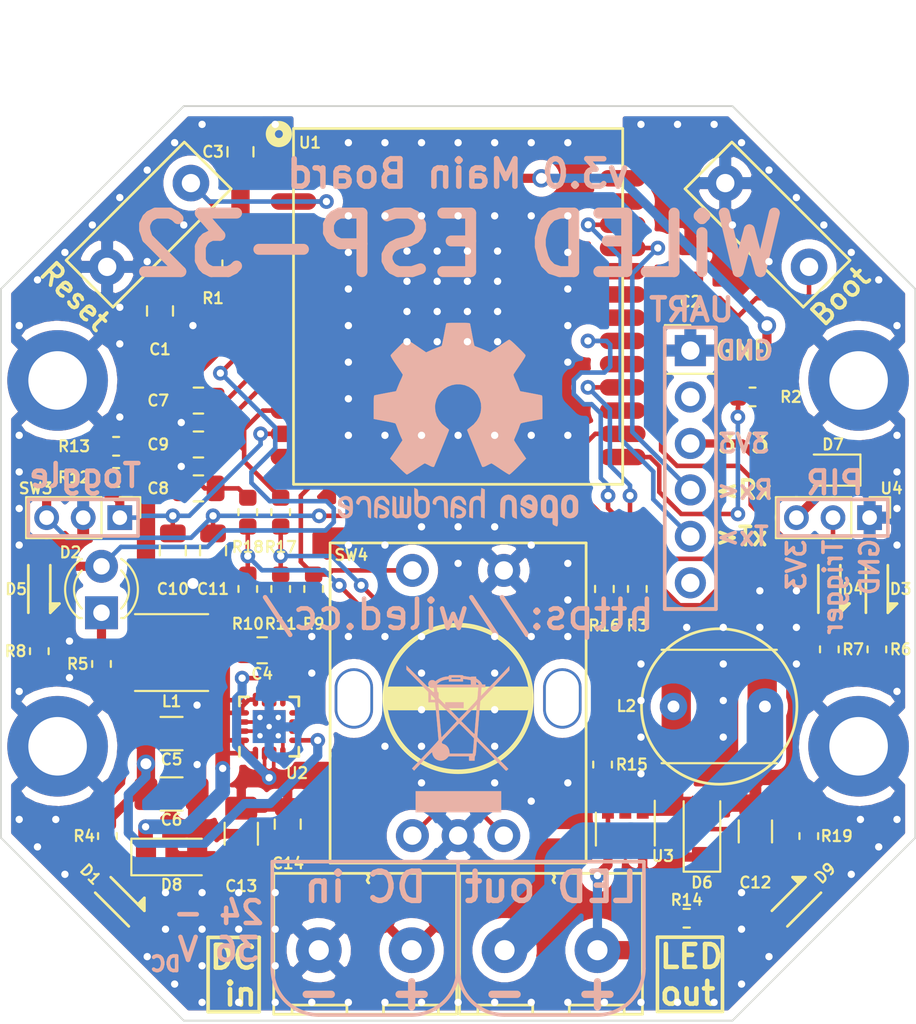
<source format=kicad_pcb>
(kicad_pcb (version 20171130) (host pcbnew 5.0.0-fee4fd1~66~ubuntu18.04.1)
  (title_block (title "WiLED ESP32 Base") (date 2018-10-02) (rev 3.0) (comment 4 "Released under the CERN Open Hardware Licence v1.2"))
  (layers (0 F.Cu signal) (31 B.Cu signal) (34 B.Paste user) (35 F.Paste user) (36 B.SilkS user) (37 F.SilkS user) (38 B.Mask user) (39 F.Mask user) (44 Edge.Cuts user))
  (net 0 "")
  (net 1 EN)
  (net 2 GND)
  (net 3 IO0)
  (net 4 +3V3)
  (net 5 RAW)
  (net 6 ENC_SW)
  (net 7 ENC_A)
  (net 8 ENC_B)
  (net 9 TGL_1)
  (net 10 TGL_2)
  (net 11 "Net-(D2-Pad1)")
  (net 12 IND_PWM)
  (net 13 "Net-(D3-Pad1)")
  (net 14 "Net-(D4-Pad1)")
  (net 15 "Net-(D5-Pad1)")
  (net 16 "Net-(D6-Pad2)")
  (net 17 LED_NEG)
  (net 18 RX)
  (net 19 TX)
  (net 20 LED_PWM)
  (net 21 LED_POS)
  (net 22 IO2)
  (net 23 "Net-(D7-Pad2)")
  (net 24 "Net-(R16-Pad1)")
  (net 25 CON_A)
  (net 26 CON_B)
  (net 27 PIR_TRG)
  (net 28 "Net-(C4-Pad1)")
  (net 29 "Net-(C4-Pad2)")
  (net 30 IO17)
  (net 31 IO18)
  (net 32 "Net-(D1-Pad2)")
  (net 33 "Net-(D9-Pad1)")
  (module Resistor_SMD:R_0603_1608Metric_Pad1.05x0.95mm_HandSolder (layer F.Cu) (at 185.22 121.966 180)
    (fp_text reference R14 (at 0 1 180) (layer F.SilkS) (effects (font (size 0.6 0.6) (thickness 0.12))))
    (fp_text value 0.27 hide)
    (pad 2 smd roundrect (at 0.875 0 180) (size 1.05 0.95) (layers F.Cu F.Paste F.Mask) (net 5 RAW))
    (pad 1 smd roundrect (at -0.875 0 180) (size 1.05 0.95) (layers F.Cu F.Paste F.Mask) (net 21 LED_POS))
  )
  (module custom-footprints:PEC11R_5 (layer F.Cu) (at 172.72 109.95)
    (fp_text reference SW4 (at -5.842 -7.842) (layer F.SilkS) (effects (font (size 0.6 0.6) (thickness 0.12))))
    (fp_text value "Rotary Encoder" hide)
    (pad "" thru_hole oval (at -5.7 0) (size 2.1 3.3) (drill oval 1.8 3) (layers *.Cu B.Mask))
    (pad "" thru_hole oval (at 5.7 0) (size 2.1 3.3) (drill oval 1.8 3) (layers *.Cu B.Mask))
    (pad 4 thru_hole circle (at -2.5 -7) (size 1.8 1.8) (drill 1) (layers *.Cu *.Mask) (net 6 ENC_SW))
    (pad 5 thru_hole circle (at 2.5 -7) (size 1.8 1.8) (drill 1) (layers *.Cu *.Mask) (net 2 GND))
    (pad 1 thru_hole circle (at -2.5 7.5) (size 1.8 1.8) (drill 1) (layers *.Cu *.Mask) (net 25 CON_A))
    (pad 3 thru_hole circle (at 2.5 7.5) (size 1.8 1.8) (drill 1) (layers *.Cu *.Mask) (net 26 CON_B))
    (pad 2 thru_hole circle (at 0 7.5) (size 1.8 1.8) (drill 1) (layers *.Cu *.Mask) (net 2 GND))
  )
  (module custom-footprints:Terminal (layer F.Cu) (at 177.8 123.714 90)
    (fp_text reference P4 hide)
    (fp_text value "LED Out")
    (fp_text user ~ (at 3.937 0.127 90) (layer F.SilkS))
    (pad 2 thru_hole circle (at 0 -2.54 90) (size 2.5 2.5) (drill 1.1) (layers *.Cu *.Mask) (net 17 LED_NEG))
    (pad 1 thru_hole circle (at 0 2.54 90) (size 2.5 2.5) (drill 1.1) (layers *.Cu *.Mask) (net 21 LED_POS))
  )
  (module custom-footprints:Terminal (layer F.Cu) (at 167.64 123.714 90)
    (fp_text reference P2 hide)
    (fp_text value "DC In")
    (fp_text user ~ (at 3.937 0.127 90) (layer F.SilkS))
    (pad 2 thru_hole circle (at 0 -2.54 90) (size 2.5 2.5) (drill 1.1) (layers *.Cu *.Mask) (net 2 GND))
    (pad 1 thru_hole circle (at 0 2.54 90) (size 2.5 2.5) (drill 1.1) (layers *.Cu *.Mask) (net 5 RAW))
  )
  (module custom-footprints:ESP32-WROOM (layer F.Cu) (at 172.72 85.494 180)
    (fp_text reference U1 (at 8.1 5.928 180) (layer F.SilkS) (effects (font (size 0.6 0.6) (thickness 0.12))))
    (fp_text value ESP-WROOM-32)
    (pad 39 smd rect (at 0.3 -2.45 180) (size 6 6) (layers F.Cu F.Paste F.Mask) (net 2 GND))
    (pad 1 smd oval (at 9 5.25 180) (size 2.5 0.9) (layers F.Cu F.Paste F.Mask) (net 2 GND))
    (pad 2 smd oval (at 9 3.98 180) (size 2.5 0.9) (layers F.Cu F.Paste F.Mask) (net 4 +3V3))
    (pad 3 smd oval (at 9 2.71 180) (size 2.5 0.9) (layers F.Cu F.Paste F.Mask) (net 1 EN))
    (pad 4 smd oval (at 9 1.44 180) (size 2.5 0.9) (layers F.Cu F.Paste F.Mask))
    (pad 5 smd oval (at 9 0.17 180) (size 2.5 0.9) (layers F.Cu F.Paste F.Mask))
    (pad 6 smd oval (at 9 -1.1 180) (size 2.5 0.9) (layers F.Cu F.Paste F.Mask))
    (pad 7 smd oval (at 9 -2.37 180) (size 2.5 0.9) (layers F.Cu F.Paste F.Mask))
    (pad 8 smd oval (at 9 -3.64 180) (size 2.5 0.9) (layers F.Cu F.Paste F.Mask) (net 12 IND_PWM))
    (pad 9 smd oval (at 9 -4.91 180) (size 2.5 0.9) (layers F.Cu F.Paste F.Mask))
    (pad 10 smd oval (at 9 -6.18 180) (size 2.5 0.9) (layers F.Cu F.Paste F.Mask) (net 6 ENC_SW))
    (pad 11 smd oval (at 9 -7.45 180) (size 2.5 0.9) (layers F.Cu F.Paste F.Mask) (net 7 ENC_A))
    (pad 12 smd oval (at 9 -8.72 180) (size 2.5 0.9) (layers F.Cu F.Paste F.Mask) (net 8 ENC_B))
    (pad 13 smd oval (at 9 -9.99 180) (size 2.5 0.9) (layers F.Cu F.Paste F.Mask) (net 9 TGL_1))
    (pad 14 smd oval (at 9 -11.26 180) (size 2.5 0.9) (layers F.Cu F.Paste F.Mask))
    (pad 15 smd oval (at 5.715 -12.75 180) (size 0.9 2.5) (layers F.Cu F.Paste F.Mask) (net 2 GND))
    (pad 16 smd oval (at 4.445 -12.75 180) (size 0.9 2.5) (layers F.Cu F.Paste F.Mask) (net 10 TGL_2))
    (pad 17 smd oval (at 3.175 -12.75 180) (size 0.9 2.5) (layers F.Cu F.Paste F.Mask))
    (pad 18 smd oval (at 1.905 -12.75 180) (size 0.9 2.5) (layers F.Cu F.Paste F.Mask))
    (pad 19 smd oval (at 0.635 -12.75 180) (size 0.9 2.5) (layers F.Cu F.Paste F.Mask))
    (pad 20 smd oval (at -0.635 -12.75 180) (size 0.9 2.5) (layers F.Cu F.Paste F.Mask))
    (pad 21 smd oval (at -1.905 -12.75 180) (size 0.9 2.5) (layers F.Cu F.Paste F.Mask))
    (pad 22 smd oval (at -3.175 -12.75 180) (size 0.9 2.5) (layers F.Cu F.Paste F.Mask))
    (pad 23 smd oval (at -4.445 -12.75 180) (size 0.9 2.5) (layers F.Cu F.Paste F.Mask) (net 24 "Net-(R16-Pad1)"))
    (pad 24 smd oval (at -5.715 -12.75 180) (size 0.9 2.5) (layers F.Cu F.Paste F.Mask) (net 22 IO2))
    (pad 25 smd oval (at -9 -11.26 180) (size 2.5 0.9) (layers F.Cu F.Paste F.Mask) (net 3 IO0))
    (pad 26 smd oval (at -9 -9.99 180) (size 2.5 0.9) (layers F.Cu F.Paste F.Mask) (net 20 LED_PWM))
    (pad 27 smd oval (at -9 -8.72 180) (size 2.5 0.9) (layers F.Cu F.Paste F.Mask) (net 27 PIR_TRG))
    (pad 28 smd oval (at -9 -7.45 180) (size 2.5 0.9) (layers F.Cu F.Paste F.Mask) (net 30 IO17))
    (pad 29 smd oval (at -9 -6.18 180) (size 2.5 0.9) (layers F.Cu F.Paste F.Mask))
    (pad 30 smd oval (at -9 -4.91 180) (size 2.5 0.9) (layers F.Cu F.Paste F.Mask) (net 31 IO18))
    (pad 31 smd oval (at -9 -3.64 180) (size 2.5 0.9) (layers F.Cu F.Paste F.Mask))
    (pad 32 smd oval (at -9 -2.37 180) (size 2.5 0.9) (layers F.Cu F.Paste F.Mask))
    (pad 33 smd oval (at -9 -1.1 180) (size 2.5 0.9) (layers F.Cu F.Paste F.Mask))
    (pad 34 smd oval (at -9 0.17 180) (size 2.5 0.9) (layers F.Cu F.Paste F.Mask) (net 18 RX))
    (pad 35 smd oval (at -9 1.44 180) (size 2.5 0.9) (layers F.Cu F.Paste F.Mask) (net 19 TX))
    (pad 36 smd oval (at -9 2.71 180) (size 2.5 0.9) (layers F.Cu F.Paste F.Mask))
    (pad 37 smd oval (at -9 3.98 180) (size 2.5 0.9) (layers F.Cu F.Paste F.Mask))
    (pad 38 smd oval (at -9 5.25 180) (size 2.5 0.9) (layers F.Cu F.Paste F.Mask) (net 2 GND))
  )
  (module custom-footprints:WL-SMCW (layer F.Cu) (at 154.22 121.066 135)
    (fp_text reference D1 (at 2.192031 -0.070711 135) (layer F.SilkS) (effects (font (size 0.6 0.6) (thickness 0.12))))
    (fp_text value "Power LED" hide)
    (pad 2 smd rect (at 0.9 0 135) (size 1 0.8) (layers F.Cu F.Paste F.Mask) (net 32 "Net-(D1-Pad2)"))
    (pad 1 smd rect (at -0.9 0 135) (size 1 0.8) (layers F.Cu F.Paste F.Mask) (net 2 GND))
  )
  (module custom-footprints:WL-SMCW (layer F.Cu) (at 195.62 103.966 90)
    (fp_text reference D3 (at 0 1.3 180) (layer F.SilkS) (effects (font (size 0.6 0.6) (thickness 0.12))))
    (fp_text value "Status 1 LED" hide)
    (pad 2 smd rect (at 0.9 0 90) (size 1 0.8) (layers F.Cu F.Paste F.Mask) (net 30 IO17))
    (pad 1 smd rect (at -0.9 0 90) (size 1 0.8) (layers F.Cu F.Paste F.Mask) (net 13 "Net-(D3-Pad1)"))
  )
  (module custom-footprints:WL-SMCW (layer F.Cu) (at 193.02 103.966 90)
    (fp_text reference D4 (at 0 1.3 180) (layer F.SilkS) (effects (font (size 0.6 0.6) (thickness 0.12))))
    (fp_text value "Status 2 LED" hide)
    (pad 2 smd rect (at 0.9 0 90) (size 1 0.8) (layers F.Cu F.Paste F.Mask) (net 31 IO18))
    (pad 1 smd rect (at -0.9 0 90) (size 1 0.8) (layers F.Cu F.Paste F.Mask) (net 14 "Net-(D4-Pad1)"))
  )
  (module custom-footprints:WL-SMCW (layer F.Cu) (at 149.82 103.966 90)
    (fp_text reference D5 (at -0.011 -1.27) (layer F.SilkS) (effects (font (size 0.6 0.6) (thickness 0.12))))
    (fp_text value "Ind. LED 2" hide)
    (pad 2 smd rect (at 0.9 0 90) (size 1 0.8) (layers F.Cu F.Paste F.Mask) (net 12 IND_PWM))
    (pad 1 smd rect (at -0.9 0 90) (size 1 0.8) (layers F.Cu F.Paste F.Mask) (net 15 "Net-(D5-Pad1)"))
  )
  (module custom-footprints:WL-SMCW (layer F.Cu) (at 191.22 121.066 225)
    (fp_text reference D9 (at -2.209709 -0.00495 225) (layer F.SilkS) (effects (font (size 0.6 0.6) (thickness 0.12))))
    (fp_text value "PWM LED" hide)
    (pad 2 smd rect (at 0.9 0 225) (size 1 0.8) (layers F.Cu F.Paste F.Mask) (net 20 LED_PWM))
    (pad 1 smd rect (at -0.9 0 225) (size 1 0.8) (layers F.Cu F.Paste F.Mask) (net 33 "Net-(D9-Pad1)"))
  )
  (module Pin_Headers:Pin_Header_Straight_1x03_Pitch2.00mm (layer F.Cu) (at 154.22 100.066 270)
    (fp_text reference SW3 (at -1.6 4.6) (layer F.SilkS) (effects (font (size 0.6 0.6) (thickness 0.12))))
    (fp_text value Toggle hide)
    (pad 1 thru_hole rect (at 0 0 270) (size 1.35 1.35) (drill 0.8) (layers *.Cu *.Mask) (net 9 TGL_1))
    (pad 2 thru_hole oval (at 0 2 270) (size 1.35 1.35) (drill 0.8) (layers *.Cu *.Mask) (net 2 GND))
    (pad 3 thru_hole oval (at 0 4 270) (size 1.35 1.35) (drill 0.8) (layers *.Cu *.Mask) (net 10 TGL_2))
  )
  (module Diode_SMD:D_SOD-123F (layer F.Cu) (at 186.055 117.221 90)
    (fp_text reference D6 (at -2.794 0) (layer F.SilkS) (effects (font (size 0.6 0.6) (thickness 0.12))))
    (fp_text value MBR0580S1 hide)
    (pad 1 smd rect (at -1.4 0 90) (size 1.1 1.1) (layers F.Cu F.Paste F.Mask) (net 5 RAW))
    (pad 2 smd rect (at 1.4 0 90) (size 1.1 1.1) (layers F.Cu F.Paste F.Mask) (net 16 "Net-(D6-Pad2)"))
  )
  (module Pin_Headers:Pin_Header_Straight_1x06_Pitch2.54mm (layer F.Cu) (at 185.42 90.932)
    (fp_text reference P1 hide)
    (fp_text value "Serial to USB" hide)
    (pad 1 thru_hole rect (at 0 0) (size 1.7 1.7) (drill 1) (layers *.Cu *.Mask) (net 2 GND))
    (pad 2 thru_hole oval (at 0 2.54) (size 1.7 1.7) (drill 1) (layers *.Cu *.Mask))
    (pad 3 thru_hole oval (at 0 5.08) (size 1.7 1.7) (drill 1) (layers *.Cu *.Mask) (net 23 "Net-(D7-Pad2)"))
    (pad 4 thru_hole oval (at 0 7.62) (size 1.7 1.7) (drill 1) (layers *.Cu *.Mask) (net 18 RX))
    (pad 5 thru_hole oval (at 0 10.16) (size 1.7 1.7) (drill 1) (layers *.Cu *.Mask) (net 19 TX))
    (pad 6 thru_hole oval (at 0 12.7) (size 1.7 1.7) (drill 1) (layers *.Cu *.Mask))
  )
  (module custom-footprints:Button_6.5mm (layer F.Cu) (at 155.82 84.066 45)
    (fp_text reference SW1 hide)
    (fp_text value Reset (at -5.634716 -0.119283 -225) (layer F.SilkS) (effects (font (size 1.1 1.1) (thickness 0.2))))
    (pad 2 thru_hole circle (at 3.2385 0 45) (size 2 2) (drill 1) (layers *.Cu *.Mask) (net 1 EN))
    (pad 1 thru_hole circle (at -3.2385 0 45) (size 2 2) (drill 1) (layers *.Cu *.Mask) (net 2 GND))
  )
  (module custom-footprints:Button_6.5mm (layer F.Cu) (at 189.62 84.066 315)
    (fp_text reference SW2 hide)
    (fp_text value Boot (at 5.586144 -0.070711 45) (layer F.SilkS) (effects (font (size 1.1 1.1) (thickness 0.2))))
    (pad 2 thru_hole circle (at 3.2385 0 315) (size 2 2) (drill 1) (layers *.Cu *.Mask) (net 3 IO0))
    (pad 1 thru_hole circle (at -3.2385 0 315) (size 2 2) (drill 1) (layers *.Cu *.Mask) (net 2 GND))
  )
  (module LEDs:LED_D3.0mm (layer F.Cu) (at 153.22 105.266 90)
    (fp_text reference D2 (at 3.3 -1.7 180) (layer F.SilkS) (effects (font (size 0.6 0.6) (thickness 0.12))))
    (fp_text value "Ind. LED 1" hide)
    (pad 1 thru_hole rect (at 0 0 90) (size 1.8 1.8) (drill 0.9) (layers *.Cu *.Mask) (net 11 "Net-(D2-Pad1)"))
    (pad 2 thru_hole circle (at 2.54 0 90) (size 1.8 1.8) (drill 0.9) (layers *.Cu *.Mask) (net 12 IND_PWM))
  )
  (module custom-footprints:THT_Inductor_5mm (layer F.Cu) (at 186.998 110.39)
    (fp_text reference L2 (at -5.078 -0.024 -180) (layer F.SilkS) (effects (font (size 0.6 0.6) (thickness 0.12))))
    (fp_text value "100 uH" hide)
    (pad 1 thru_hole circle (at -2.5 0) (size 1.5 1.5) (drill 0.65) (layers *.Cu *.Mask) (net 16 "Net-(D6-Pad2)"))
    (pad 2 thru_hole circle (at 2.5 0) (size 1.5 1.5) (drill 0.65) (layers *.Cu *.Mask) (net 17 LED_NEG))
  )
  (module Pin_Headers:Pin_Header_Straight_1x03_Pitch2.00mm (layer F.Cu) (at 195.22 100.066 270)
    (fp_text reference U4 (at -1.6 -1.2) (layer F.SilkS) (effects (font (size 0.6 0.6) (thickness 0.12))))
    (fp_text value HC-SR501 hide)
    (pad 1 thru_hole rect (at 0 0 270) (size 1.35 1.35) (drill 0.8) (layers *.Cu *.Mask) (net 2 GND))
    (pad 2 thru_hole oval (at 0 2 270) (size 1.35 1.35) (drill 0.8) (layers *.Cu *.Mask) (net 27 PIR_TRG))
    (pad 3 thru_hole oval (at 0 4 270) (size 1.35 1.35) (drill 0.8) (layers *.Cu *.Mask) (net 4 +3V3))
  )
  (module Capacitor_SMD:C_0805_2012Metric (layer F.Cu) (at 156.42 88.766 270)
    (fp_text reference C1 (at 2.1 0) (layer F.SilkS) (effects (font (size 0.6 0.6) (thickness 0.12))))
    (fp_text value 100nF hide)
    (pad 2 smd roundrect (at 0.9375 0 270) (size 0.975 1.4) (layers F.Cu F.Paste F.Mask) (net 2 GND))
    (pad 1 smd roundrect (at -0.9375 0 270) (size 0.975 1.4) (layers F.Cu F.Paste F.Mask) (net 1 EN))
  )
  (module Capacitor_SMD:C_0805_2012Metric (layer F.Cu) (at 185.42 86.166 90)
    (fp_text reference C2 (at -2.1 0 180) (layer F.SilkS) (effects (font (size 0.6 0.6) (thickness 0.12))))
    (fp_text value 100nF hide)
    (pad 1 smd roundrect (at -0.9375 0 90) (size 0.975 1.4) (layers F.Cu F.Paste F.Mask) (net 3 IO0))
    (pad 2 smd roundrect (at 0.9375 0 90) (size 0.975 1.4) (layers F.Cu F.Paste F.Mask) (net 2 GND))
  )
  (module Capacitor_SMD:C_0805_2012Metric (layer F.Cu) (at 160.82 80.066 90)
    (fp_text reference C3 (at 0 -1.5 -180) (layer F.SilkS) (effects (font (size 0.6 0.6) (thickness 0.12))))
    (fp_text value 1uF hide)
    (pad 1 smd roundrect (at -0.9375 0 90) (size 0.975 1.4) (layers F.Cu F.Paste F.Mask) (net 4 +3V3))
    (pad 2 smd roundrect (at 0.9375 0 90) (size 0.975 1.4) (layers F.Cu F.Paste F.Mask) (net 2 GND))
  )
  (module Capacitor_SMD:C_0805_2012Metric (layer F.Cu) (at 162.006 107.318 180)
    (fp_text reference C4 (at 0 -1.286 180) (layer F.SilkS) (effects (font (size 0.6 0.6) (thickness 0.12))))
    (fp_text value 22nF hide)
    (pad 1 smd roundrect (at -0.9375 0 180) (size 0.975 1.4) (layers F.Cu F.Paste F.Mask) (net 28 "Net-(C4-Pad1)"))
    (pad 2 smd roundrect (at 0.9375 0 180) (size 0.975 1.4) (layers F.Cu F.Paste F.Mask) (net 29 "Net-(C4-Pad2)"))
  )
  (module Capacitor_SMD:C_1206_3216Metric (layer F.Cu) (at 157.05 111.871)
    (fp_text reference C5 (at 0.003 1.413 180) (layer F.SilkS) (effects (font (size 0.6 0.6) (thickness 0.12))))
    (fp_text value 22uF hide)
    (pad 2 smd roundrect (at 1.4 0) (size 1.25 1.75) (layers F.Cu F.Paste F.Mask) (roundrect_rratio 0.2) (net 2 GND))
    (pad 1 smd roundrect (at -1.4 0) (size 1.25 1.75) (layers F.Cu F.Paste F.Mask) (roundrect_rratio 0.2) (net 4 +3V3))
  )
  (module Capacitor_SMD:C_1206_3216Metric (layer F.Cu) (at 157.05 115.173)
    (fp_text reference C6 (at 0 1.413 180) (layer F.SilkS) (effects (font (size 0.6 0.6) (thickness 0.12))))
    (fp_text value 22uF hide)
    (pad 2 smd roundrect (at 1.4 0) (size 1.25 1.75) (layers F.Cu F.Paste F.Mask) (roundrect_rratio 0.2) (net 2 GND))
    (pad 1 smd roundrect (at -1.4 0) (size 1.25 1.75) (layers F.Cu F.Paste F.Mask) (roundrect_rratio 0.2) (net 4 +3V3))
  )
  (module Capacitor_SMD:C_0805_2012Metric (layer F.Cu) (at 157.12 101.866 270)
    (fp_text reference C10 (at 2.1 0) (layer F.SilkS) (effects (font (size 0.6 0.6) (thickness 0.12))))
    (fp_text value 100nF hide)
    (pad 2 smd roundrect (at 0.9375 0 270) (size 0.975 1.4) (layers F.Cu F.Paste F.Mask) (net 2 GND))
    (pad 1 smd roundrect (at -0.9375 0 270) (size 0.975 1.4) (layers F.Cu F.Paste F.Mask) (net 9 TGL_1))
  )
  (module Capacitor_SMD:C_0805_2012Metric (layer F.Cu) (at 159.32 101.866 270)
    (fp_text reference C11 (at 2.1 0) (layer F.SilkS) (effects (font (size 0.6 0.6) (thickness 0.12))))
    (fp_text value 100nF hide)
    (pad 1 smd roundrect (at -0.9375 0 270) (size 0.975 1.4) (layers F.Cu F.Paste F.Mask) (net 10 TGL_2))
    (pad 2 smd roundrect (at 0.9375 0 270) (size 0.975 1.4) (layers F.Cu F.Paste F.Mask) (net 2 GND))
  )
  (module Capacitor_SMD:C_1206_3216Metric (layer F.Cu) (at 188.976 117.221 90)
    (fp_text reference C12 (at -2.794 0 180) (layer F.SilkS) (effects (font (size 0.6 0.6) (thickness 0.12))))
    (fp_text value 10uF hide)
    (pad 1 smd roundrect (at -1.4 0 90) (size 1.25 1.75) (layers F.Cu F.Paste F.Mask) (roundrect_rratio 0.2) (net 5 RAW))
    (pad 2 smd roundrect (at 1.4 0 90) (size 1.25 1.75) (layers F.Cu F.Paste F.Mask) (roundrect_rratio 0.2) (net 2 GND))
  )
  (module Capacitor_SMD:C_1206_3216Metric (layer F.Cu) (at 160.863 117.348 270)
    (fp_text reference C13 (at 2.861 0) (layer F.SilkS) (effects (font (size 0.6 0.6) (thickness 0.12))))
    (fp_text value 10uF hide)
    (pad 1 smd roundrect (at -1.4 0 270) (size 1.25 1.75) (layers F.Cu F.Paste F.Mask) (roundrect_rratio 0.2) (net 5 RAW))
    (pad 2 smd roundrect (at 1.4 0 270) (size 1.25 1.75) (layers F.Cu F.Paste F.Mask) (roundrect_rratio 0.2) (net 2 GND))
  )
  (module Capacitor_SMD:C_0805_2012Metric (layer F.Cu) (at 163.403 116.824 270)
    (fp_text reference C14 (at 2.142 -0.017) (layer F.SilkS) (effects (font (size 0.6 0.6) (thickness 0.12))))
    (fp_text value 100nF hide)
    (pad 2 smd roundrect (at 0.9375 0 270) (size 0.975 1.4) (layers F.Cu F.Paste F.Mask) (net 2 GND))
    (pad 1 smd roundrect (at -0.9375 0 270) (size 0.975 1.4) (layers F.Cu F.Paste F.Mask) (net 5 RAW))
  )
  (module Diode_SMD:D_SOD-323 (layer F.Cu) (at 193.22 97.466 180)
    (fp_text reference D7 (at 0 1.4) (layer F.SilkS) (effects (font (size 0.6 0.6) (thickness 0.12))))
    (fp_text value 1SS404 hide)
    (pad 1 smd rect (at -1.05 0 180) (size 0.6 0.45) (layers F.Cu F.Paste F.Mask) (net 4 +3V3))
    (pad 2 smd rect (at 1.05 0 180) (size 0.6 0.45) (layers F.Cu F.Paste F.Mask) (net 23 "Net-(D7-Pad2)"))
  )
  (module Diode_SMD:D_SOD-123F (layer F.Cu) (at 157.053 118.618)
    (fp_text reference D8 (at 0 1.524) (layer F.SilkS) (effects (font (size 0.6 0.6) (thickness 0.12))))
    (fp_text value SS14FL hide)
    (pad 2 smd rect (at 1.4 0) (size 1.1 1.1) (layers F.Cu F.Paste F.Mask) (net 2 GND))
    (pad 1 smd rect (at -1.4 0) (size 1.1 1.1) (layers F.Cu F.Paste F.Mask) (net 29 "Net-(C4-Pad2)"))
  )
  (module Resistor_SMD:R_0603_1608Metric (layer F.Cu) (at 159.32 86.166 90)
    (fp_text reference R1 (at -1.905 0 180) (layer F.SilkS) (effects (font (size 0.6 0.6) (thickness 0.12))))
    (fp_text value 10k hide)
    (pad 1 smd roundrect (at -0.7875 0 90) (size 0.875 0.95) (layers F.Cu F.Paste F.Mask) (net 4 +3V3))
    (pad 2 smd roundrect (at 0.7875 0 90) (size 0.875 0.95) (layers F.Cu F.Paste F.Mask) (net 1 EN))
  )
  (module Resistor_SMD:R_0603_1608Metric (layer F.Cu) (at 188.82 93.466 180)
    (fp_text reference R2 (at -2.1 0) (layer F.SilkS) (effects (font (size 0.6 0.6) (thickness 0.12))))
    (fp_text value 10k hide)
    (pad 1 smd roundrect (at -0.7875 0 180) (size 0.875 0.95) (layers F.Cu F.Paste F.Mask) (net 4 +3V3))
    (pad 2 smd roundrect (at 0.7875 0 180) (size 0.875 0.95) (layers F.Cu F.Paste F.Mask) (net 3 IO0))
  )
  (module Resistor_SMD:R_0603_1608Metric (layer F.Cu) (at 182.52 103.966 270)
    (fp_text reference R3 (at 2 0) (layer F.SilkS) (effects (font (size 0.6 0.6) (thickness 0.12))))
    (fp_text value 10k hide)
    (pad 2 smd roundrect (at 0.7875 0 270) (size 0.875 0.95) (layers F.Cu F.Paste F.Mask) (net 2 GND))
    (pad 1 smd roundrect (at -0.7875 0 270) (size 0.875 0.95) (layers F.Cu F.Paste F.Mask) (net 22 IO2))
  )
  (module Resistor_SMD:R_0603_1608Metric (layer F.Cu) (at 153.543 117.475 90)
    (fp_text reference R4 (at 0 -1.27) (layer F.SilkS) (effects (font (size 0.6 0.6) (thickness 0.12))))
    (fp_text value 330 hide)
    (pad 2 smd roundrect (at 0.7875 0 90) (size 0.875 0.95) (layers F.Cu F.Paste F.Mask) (net 4 +3V3))
    (pad 1 smd roundrect (at -0.7875 0 90) (size 0.875 0.95) (layers F.Cu F.Paste F.Mask) (net 32 "Net-(D1-Pad2)"))
  )
  (module Resistor_SMD:R_0603_1608Metric (layer F.Cu) (at 153.22 108.066 90)
    (fp_text reference R5 (at 0 -1.3 180) (layer F.SilkS) (effects (font (size 0.6 0.6) (thickness 0.12))))
    (fp_text value 330 hide)
    (pad 1 smd roundrect (at -0.7875 0 90) (size 0.875 0.95) (layers F.Cu F.Paste F.Mask) (net 2 GND))
    (pad 2 smd roundrect (at 0.7875 0 90) (size 0.875 0.95) (layers F.Cu F.Paste F.Mask) (net 11 "Net-(D2-Pad1)"))
  )
  (module Resistor_SMD:R_0603_1608Metric (layer F.Cu) (at 195.62 107.266 90)
    (fp_text reference R6 (at 0 1.3 180) (layer F.SilkS) (effects (font (size 0.6 0.6) (thickness 0.12))))
    (fp_text value 1k hide)
    (pad 1 smd roundrect (at -0.7875 0 90) (size 0.875 0.95) (layers F.Cu F.Paste F.Mask) (net 2 GND))
    (pad 2 smd roundrect (at 0.7875 0 90) (size 0.875 0.95) (layers F.Cu F.Paste F.Mask) (net 13 "Net-(D3-Pad1)"))
  )
  (module Resistor_SMD:R_0603_1608Metric (layer F.Cu) (at 193.02 107.266 90)
    (fp_text reference R7 (at 0 1.3 180) (layer F.SilkS) (effects (font (size 0.6 0.6) (thickness 0.12))))
    (fp_text value 330 hide)
    (pad 2 smd roundrect (at 0.7875 0 90) (size 0.875 0.95) (layers F.Cu F.Paste F.Mask) (net 14 "Net-(D4-Pad1)"))
    (pad 1 smd roundrect (at -0.7875 0 90) (size 0.875 0.95) (layers F.Cu F.Paste F.Mask) (net 2 GND))
  )
  (module Resistor_SMD:R_0603_1608Metric (layer F.Cu) (at 149.82 107.366 90)
    (fp_text reference R8 (at 0 -1.3 180) (layer F.SilkS) (effects (font (size 0.6 0.6) (thickness 0.12))))
    (fp_text value 1k hide)
    (pad 1 smd roundrect (at -0.7875 0 90) (size 0.875 0.95) (layers F.Cu F.Paste F.Mask) (net 2 GND))
    (pad 2 smd roundrect (at 0.7875 0 90) (size 0.875 0.95) (layers F.Cu F.Paste F.Mask) (net 15 "Net-(D5-Pad1)"))
  )
  (module Resistor_SMD:R_0603_1608Metric (layer F.Cu) (at 164.82 103.966 90)
    (fp_text reference R9 (at -1.905 0) (layer F.SilkS) (effects (font (size 0.6 0.6) (thickness 0.12))))
    (fp_text value 10k hide)
    (pad 1 smd roundrect (at -0.7875 0 90) (size 0.875 0.95) (layers F.Cu F.Paste F.Mask) (net 4 +3V3))
    (pad 2 smd roundrect (at 0.7875 0 90) (size 0.875 0.95) (layers F.Cu F.Paste F.Mask) (net 6 ENC_SW))
  )
  (module Resistor_SMD:R_0603_1608Metric (layer F.Cu) (at 161.22 103.966 90)
    (fp_text reference R10 (at -1.905 0 180) (layer F.SilkS) (effects (font (size 0.6 0.6) (thickness 0.12))))
    (fp_text value 10k hide)
    (pad 2 smd roundrect (at 0.7875 0 90) (size 0.875 0.95) (layers F.Cu F.Paste F.Mask) (net 25 CON_A))
    (pad 1 smd roundrect (at -0.7875 0 90) (size 0.875 0.95) (layers F.Cu F.Paste F.Mask) (net 4 +3V3))
  )
  (module Resistor_SMD:R_0603_1608Metric (layer F.Cu) (at 163.02 103.966 90)
    (fp_text reference R11 (at -1.905 0 180) (layer F.SilkS) (effects (font (size 0.6 0.6) (thickness 0.12))))
    (fp_text value 10k hide)
    (pad 1 smd roundrect (at -0.7875 0 90) (size 0.875 0.95) (layers F.Cu F.Paste F.Mask) (net 4 +3V3))
    (pad 2 smd roundrect (at 0.7875 0 90) (size 0.875 0.95) (layers F.Cu F.Paste F.Mask) (net 26 CON_B))
  )
  (module Resistor_SMD:R_0603_1608Metric (layer F.Cu) (at 154.02 97.866 180)
    (fp_text reference R12 (at 2.3 0) (layer F.SilkS) (effects (font (size 0.6 0.6) (thickness 0.12))))
    (fp_text value 10k hide)
    (pad 2 smd roundrect (at 0.7875 0 180) (size 0.875 0.95) (layers F.Cu F.Paste F.Mask) (net 9 TGL_1))
    (pad 1 smd roundrect (at -0.7875 0 180) (size 0.875 0.95) (layers F.Cu F.Paste F.Mask) (net 4 +3V3))
  )
  (module Resistor_SMD:R_0603_1608Metric (layer F.Cu) (at 154.02 96.166 180)
    (fp_text reference R13 (at 2.3 0) (layer F.SilkS) (effects (font (size 0.6 0.6) (thickness 0.12))))
    (fp_text value 10k hide)
    (pad 2 smd roundrect (at 0.7875 0 180) (size 0.875 0.95) (layers F.Cu F.Paste F.Mask) (net 10 TGL_2))
    (pad 1 smd roundrect (at -0.7875 0 180) (size 0.875 0.95) (layers F.Cu F.Paste F.Mask) (net 4 +3V3))
  )
  (module Resistor_SMD:R_0603_1608Metric (layer F.Cu) (at 180.62 113.566 90)
    (fp_text reference R15 (at 0 1.6 180) (layer F.SilkS) (effects (font (size 0.6 0.6) (thickness 0.12))))
    (fp_text value 10k hide)
    (pad 1 smd roundrect (at -0.7875 0 90) (size 0.875 0.95) (layers F.Cu F.Paste F.Mask) (net 20 LED_PWM))
    (pad 2 smd roundrect (at 0.7875 0 90) (size 0.875 0.95) (layers F.Cu F.Paste F.Mask) (net 2 GND))
  )
  (module Resistor_SMD:R_0603_1608Metric_Pad1.05x0.95mm_HandSolder (layer F.Cu) (at 180.72 103.966 270)
    (fp_text reference R16 (at 2 0) (layer F.SilkS) (effects (font (size 0.6 0.6) (thickness 0.12))))
    (fp_text value 1k hide)
    (pad 1 smd roundrect (at -0.875 0 270) (size 1.05 0.95) (layers F.Cu F.Paste F.Mask) (net 24 "Net-(R16-Pad1)"))
    (pad 2 smd roundrect (at 0.875 0 270) (size 1.05 0.95) (layers F.Cu F.Paste F.Mask) (net 2 GND))
  )
  (module Resistor_SMD:R_0603_1608Metric (layer F.Cu) (at 163.02 99.766 90)
    (fp_text reference R17 (at -1.905 0 180) (layer F.SilkS) (effects (font (size 0.6 0.6) (thickness 0.12))))
    (fp_text value 10k hide)
    (pad 2 smd roundrect (at 0.7875 0 90) (size 0.875 0.95) (layers F.Cu F.Paste F.Mask) (net 8 ENC_B))
    (pad 1 smd roundrect (at -0.7875 0 90) (size 0.875 0.95) (layers F.Cu F.Paste F.Mask) (net 26 CON_B))
  )
  (module Resistor_SMD:R_0603_1608Metric (layer F.Cu) (at 161.22 99.766 90)
    (fp_text reference R18 (at -1.905 0 180) (layer F.SilkS) (effects (font (size 0.6 0.6) (thickness 0.12))))
    (fp_text value 10k hide)
    (pad 2 smd roundrect (at 0.7875 0 90) (size 0.875 0.95) (layers F.Cu F.Paste F.Mask) (net 7 ENC_A))
    (pad 1 smd roundrect (at -0.7875 0 90) (size 0.875 0.95) (layers F.Cu F.Paste F.Mask) (net 25 CON_A))
  )
  (module Package_DFN_QFN:QFN-16-1EP_3x3mm_P0.5mm_EP2.7x2.7mm_ThermalVias (layer F.Cu) (at 162.387 111.49 90)
    (fp_text reference U2 (at -2.54 1.524 180) (layer F.SilkS) (effects (font (size 0.6 0.6) (thickness 0.12))))
    (fp_text value TS3004x hide)
    (pad 1 smd oval (at -1.475 -0.75 90) (size 0.75 0.3) (layers F.Cu F.Paste F.Mask) (net 29 "Net-(C4-Pad2)"))
    (pad 2 smd oval (at -1.475 -0.25 90) (size 0.75 0.3) (layers F.Cu F.Paste F.Mask) (net 5 RAW))
    (pad 3 smd oval (at -1.475 0.25 90) (size 0.75 0.3) (layers F.Cu F.Paste F.Mask) (net 5 RAW))
    (pad 4 smd oval (at -1.475 0.75 90) (size 0.75 0.3) (layers F.Cu F.Paste F.Mask) (net 2 GND))
    (pad 5 smd oval (at -0.75 1.475 180) (size 0.75 0.3) (layers F.Cu F.Paste F.Mask) (net 4 +3V3))
    (pad 6 smd oval (at -0.25 1.475 180) (size 0.75 0.3) (layers F.Cu F.Paste F.Mask))
    (pad 7 smd oval (at 0.25 1.475 180) (size 0.75 0.3) (layers F.Cu F.Paste F.Mask))
    (pad 8 smd oval (at 0.75 1.475 180) (size 0.75 0.3) (layers F.Cu F.Paste F.Mask))
    (pad 9 smd oval (at 1.475 0.75 90) (size 0.75 0.3) (layers F.Cu F.Paste F.Mask))
    (pad 10 smd oval (at 1.475 0.25 90) (size 0.75 0.3) (layers F.Cu F.Paste F.Mask) (net 28 "Net-(C4-Pad1)"))
    (pad 11 smd oval (at 1.475 -0.25 90) (size 0.75 0.3) (layers F.Cu F.Paste F.Mask) (net 5 RAW))
    (pad 12 smd oval (at 1.475 -0.75 90) (size 0.75 0.3) (layers F.Cu F.Paste F.Mask) (net 29 "Net-(C4-Pad2)"))
    (pad 13 smd oval (at 0.75 -1.475 180) (size 0.75 0.3) (layers F.Cu F.Paste F.Mask) (net 29 "Net-(C4-Pad2)"))
    (pad 14 smd oval (at 0.25 -1.475 180) (size 0.75 0.3) (layers F.Cu F.Paste F.Mask) (net 2 GND))
    (pad 15 smd oval (at -0.25 -1.475 180) (size 0.75 0.3) (layers F.Cu F.Paste F.Mask) (net 2 GND))
    (pad 16 smd oval (at -0.75 -1.475 180) (size 0.75 0.3) (layers F.Cu F.Paste F.Mask) (net 29 "Net-(C4-Pad2)"))
    (pad 17 smd rect (at 0 0 90) (size 1.8 1.8) (layers B.Cu) (net 2 GND))
    (pad 17 smd rect (at 0 0 90) (size 1.8 1.8) (layers F.Cu F.Mask) (net 2 GND))
    (pad 17 thru_hole circle (at 0 0 90) (size 0.6 0.6) (drill 0.3) (layers *.Cu) (net 2 GND))
    (pad 17 thru_hole circle (at -0.5 -0.5 90) (size 0.6 0.6) (drill 0.3) (layers *.Cu) (net 2 GND))
    (pad 17 thru_hole circle (at 0.5 -0.5 90) (size 0.6 0.6) (drill 0.3) (layers *.Cu) (net 2 GND))
    (pad 17 thru_hole circle (at 0.5 0.5 90) (size 0.6 0.6) (drill 0.3) (layers *.Cu) (net 2 GND))
    (pad 17 thru_hole circle (at -0.5 0.5 90) (size 0.6 0.6) (drill 0.3) (layers *.Cu) (net 2 GND))
  )
  (module Package_TO_SOT_SMD:SOT-23-5 (layer F.Cu) (at 181.864 117.094 270)
    (fp_text reference U3 (at 1.472 -2.056) (layer F.SilkS) (effects (font (size 0.6 0.6) (thickness 0.12))))
    (fp_text value AL8860WT-7 hide)
    (pad 1 smd rect (at -1.1 -0.95 270) (size 1.06 0.65) (layers F.Cu F.Paste F.Mask) (net 16 "Net-(D6-Pad2)"))
    (pad 2 smd rect (at -1.1 0 270) (size 1.06 0.65) (layers F.Cu F.Paste F.Mask) (net 2 GND))
    (pad 3 smd rect (at -1.1 0.95 270) (size 1.06 0.65) (layers F.Cu F.Paste F.Mask) (net 20 LED_PWM))
    (pad 4 smd rect (at 1.1 0.95 270) (size 1.06 0.65) (layers F.Cu F.Paste F.Mask) (net 21 LED_POS))
    (pad 5 smd rect (at 1.1 -0.95 270) (size 1.06 0.65) (layers F.Cu F.Paste F.Mask) (net 5 RAW))
  )
  (module MountingHole:MountingHole_3.2mm_M3_ISO14580_Pad (layer F.Cu) (at 150.82 92.566)
    (fp_text reference J1 hide)
    (fp_text value Mount hide)
    (pad 1 thru_hole circle (at 0 0) (size 5.5 5.5) (drill 3.2) (layers *.Cu *.Mask) (net 2 GND))
  )
  (module MountingHole:MountingHole_3.2mm_M3_ISO14580_Pad (layer F.Cu) (at 194.62 92.566)
    (fp_text reference J2 hide)
    (fp_text value Mount hide)
    (pad 1 thru_hole circle (at 0 0) (size 5.5 5.5) (drill 3.2) (layers *.Cu *.Mask) (net 2 GND))
  )
  (module MountingHole:MountingHole_3.2mm_M3_ISO14580_Pad (layer F.Cu) (at 150.82 112.566)
    (fp_text reference J3 hide)
    (fp_text value Mount hide)
    (pad 1 thru_hole circle (at 0 0) (size 5.5 5.5) (drill 3.2) (layers *.Cu *.Mask) (net 2 GND))
  )
  (module MountingHole:MountingHole_3.2mm_M3_ISO14580_Pad (layer F.Cu) (at 194.62 112.566)
    (fp_text reference J4 hide)
    (fp_text value Mount hide)
    (pad 1 thru_hole circle (at 0 0) (size 5.5 5.5) (drill 3.2) (layers *.Cu *.Mask) (net 2 GND))
  )
  (module Inductor_SMD:L_Taiyo-Yuden_NR-40xx (layer F.Cu) (at 157.053 107.442 180)
    (fp_text reference L1 (at 0 -2.667 180) (layer F.SilkS) (effects (font (size 0.6 0.6) (thickness 0.12))))
    (fp_text value 4.7uH hide)
    (pad 1 smd rect (at -1.4 0 180) (size 1.2 3.9) (layers F.Cu F.Paste F.Mask) (net 29 "Net-(C4-Pad2)"))
    (pad 2 smd rect (at 1.4 0 180) (size 1.2 3.9) (layers F.Cu F.Paste F.Mask) (net 4 +3V3))
  )
  (module Inductor_SMD:L_Taiyo-Yuden_NR-60xx (layer F.Cu) (at 186.998 110.39)
    (fp_text reference REF** hide)
    (fp_text value L_Taiyo-Yuden_NR-60xx hide)
    (pad 2 smd rect (at 2.35 0) (size 1.6 5.9) (layers F.Cu F.Paste F.Mask) (net 17 LED_NEG))
    (pad 1 smd rect (at -2.35 0) (size 1.6 5.9) (layers F.Cu F.Paste F.Mask) (net 16 "Net-(D6-Pad2)"))
  )
  (module Symbol:OSHW-Logo2_14.6x12mm_SilkScreen (layer B.Cu) (at 172.72 94.966 180)
    (fp_text reference REF** hide)
    (fp_text value OSHW-Logo2_14.6x12mm_SilkScreen hide)
  )
  (module Symbol:WEEE-Logo_5.6x8mm_SilkScreen (layer B.Cu) (at 172.72 112.166 180)
    (fp_text reference REF** hide)
    (fp_text value WEEE-Logo_5.6x8mm_SilkScreen hide)
  )
  (module Resistor_SMD:R_0603_1608Metric (layer F.Cu) (at 191.897 117.475 270)
    (fp_text reference R19 (at 0 -1.524) (layer F.SilkS) (effects (font (size 0.6 0.6) (thickness 0.12))))
    (fp_text value 1k hide)
    (pad 2 smd roundrect (at 0.7875 0 270) (size 0.875 0.95) (layers F.Cu F.Paste F.Mask) (net 33 "Net-(D9-Pad1)"))
    (pad 1 smd roundrect (at -0.7875 0 270) (size 0.875 0.95) (layers F.Cu F.Paste F.Mask) (net 2 GND))
  )
  (module Capacitor_SMD:C_0805_2012Metric (layer F.Cu) (at 158.52 93.666 180)
    (fp_text reference C7 (at 2.2 0 180) (layer F.SilkS) (effects (font (size 0.6 0.6) (thickness 0.12))))
    (fp_text value 100nF hide)
    (pad 1 smd roundrect (at -0.9375 0 180) (size 0.975 1.4) (layers F.Cu F.Paste F.Mask) (net 6 ENC_SW))
    (pad 2 smd roundrect (at 0.9375 0 180) (size 0.975 1.4) (layers F.Cu F.Paste F.Mask) (net 2 GND))
  )
  (module Capacitor_SMD:C_0805_2012Metric (layer F.Cu) (at 158.52 98.466 180)
    (fp_text reference C8 (at 2.2 0 180) (layer F.SilkS) (effects (font (size 0.6 0.6) (thickness 0.12))))
    (fp_text value 100nF hide)
    (pad 1 smd roundrect (at -0.9375 0 180) (size 0.975 1.4) (layers F.Cu F.Paste F.Mask) (net 7 ENC_A))
    (pad 2 smd roundrect (at 0.9375 0 180) (size 0.975 1.4) (layers F.Cu F.Paste F.Mask) (net 2 GND))
  )
  (module Capacitor_SMD:C_0805_2012Metric (layer F.Cu) (at 158.52 96.066 180)
    (fp_text reference C9 (at 2.2 0 180) (layer F.SilkS) (effects (font (size 0.6 0.6) (thickness 0.12))))
    (fp_text value 100nF hide)
    (pad 2 smd roundrect (at 0.9375 0 180) (size 0.975 1.4) (layers F.Cu F.Paste F.Mask) (net 2 GND))
    (pad 1 smd roundrect (at -0.9375 0 180) (size 0.975 1.4) (layers F.Cu F.Paste F.Mask) (net 8 ENC_B))
  )
  (gr_text UART (at 185.4835 88.704) (layer B.SilkS) (effects (font (size 1.25 1.25) (thickness 0.25)) (justify mirror)))
  (gr_text Rx< (at 188.4045 98.5465) (layer B.SilkS) (effects (font (size 1 1) (thickness 0.2)) (justify mirror)))
  (gr_text Tx> (at 188.2775 101.0865) (layer B.SilkS) (effects (font (size 1 1) (thickness 0.2)) (justify mirror)))
  (gr_text 3V3 (at 188.341 96.0065) (layer B.SilkS) (effects (font (size 1 1) (thickness 0.2)) (justify mirror)))
  (gr_text GND (at 188.42 90.932) (layer B.SilkS) (effects (font (size 1 1) (thickness 0.2)) (justify mirror)))
  (gr_line (start 186.82 105.066) (end 186.82 89.666) (layer B.SilkS) (width 0.2))
  (gr_line (start 184.02 89.666) (end 186.82 89.666) (layer B.SilkS) (width 0.2))
  (gr_line (start 184.02 105.066) (end 184.02 89.666) (layer B.SilkS) (width 0.2))
  (gr_line (start 186.82 105.066) (end 184.02 105.066) (layer B.SilkS) (width 0.2))
  (gr_line (start 155.22 99.066) (end 149.22 99.066) (layer B.SilkS) (width 0.2))
  (gr_line (start 149.22 101.066) (end 155.22 101.066) (layer B.SilkS) (width 0.2))
  (gr_line (start 155.22 101.066) (end 155.22 99.066) (layer B.SilkS) (width 0.2))
  (gr_text Toggle (at 152.32 97.766) (layer B.SilkS) (effects (font (size 1.25 1.25) (thickness 0.25)) (justify mirror)))
  (gr_line (start 149.22 99.066) (end 149.22 101.066) (layer B.SilkS) (width 0.2))
  (gr_text PIR (at 193.32 98.166) (layer B.SilkS) (effects (font (size 1.25 1.25) (thickness 0.25)) (justify mirror)))
  (gr_line (start 190.22 99.066) (end 190.22 101.066) (layer B.SilkS) (width 0.2))
  (gr_line (start 196.22 99.066) (end 190.22 99.066) (layer B.SilkS) (width 0.2))
  (gr_line (start 196.22 101.066) (end 196.22 99.066) (layer B.SilkS) (width 0.2))
  (gr_line (start 190.22 101.066) (end 196.22 101.066) (layer B.SilkS) (width 0.2))
  (gr_text Trigger (at 193.22 103.866 90) (layer B.SilkS) (effects (font (size 1 1) (thickness 0.2)) (justify mirror)))
  (gr_text 3V3 (at 191.22 102.666 90) (layer B.SilkS) (effects (font (size 1 1) (thickness 0.2)) (justify mirror)))
  (gr_text GND (at 195.22 102.766 90) (layer B.SilkS) (effects (font (size 1 1) (thickness 0.2)) (justify mirror)))
  (gr_line (start 157.72 77.566) (end 147.72 87.566) (layer Edge.Cuts) (width 0.1))
  (gr_line (start 187.72 77.566) (end 197.72 87.566) (layer Edge.Cuts) (width 0.1))
  (gr_line (start 197.72 117.566) (end 187.72 127.566) (layer Edge.Cuts) (width 0.1))
  (gr_line (start 147.72 117.566) (end 157.72 127.566) (layer Edge.Cuts) (width 0.1))
  (gr_line (start 182.88 118.872) (end 172.72 118.872) (layer B.SilkS) (width 0.2))
  (gr_arc (start 180.34 124.714) (end 180.34 127.254) (angle -90) (layer B.SilkS) (width 0.2))
  (gr_arc (start 175.26 124.714) (end 172.72 124.714) (angle -90) (layer B.SilkS) (width 0.2))
  (gr_line (start 182.88 118.872) (end 182.88 124.714) (layer B.SilkS) (width 0.2))
  (gr_line (start 180.34 127.254) (end 175.26 127.254) (layer B.SilkS) (width 0.2))
  (gr_line (start 170.18 127.254) (end 165.1 127.254) (layer B.SilkS) (width 0.2))
  (gr_arc (start 170.18 124.714) (end 170.18 127.254) (angle -90) (layer B.SilkS) (width 0.2))
  (gr_arc (start 165.1 124.714) (end 162.56 124.714) (angle -90) (layer B.SilkS) (width 0.2))
  (gr_line (start 162.56 118.872) (end 162.56 124.714) (layer B.SilkS) (width 0.2))
  (gr_line (start 172.72 118.872) (end 162.56 118.872) (layer B.SilkS) (width 0.2))
  (gr_line (start 172.72 118.872) (end 172.72 124.714) (layer B.SilkS) (width 0.2))
  (gr_text - (at 175.26 126.001) (layer B.SilkS) (effects (font (size 1.8 1.8) (thickness 0.4)) (justify mirror)))
  (gr_text + (at 180.34 126.001) (layer B.SilkS) (effects (font (size 1.8 1.8) (thickness 0.4)) (justify mirror)))
  (gr_text - (at 165.1 126.001) (layer B.SilkS) (effects (font (size 1.8 1.8) (thickness 0.4)) (justify mirror)))
  (gr_text "LED out" (at 177.8 120.269) (layer B.SilkS) (effects (font (size 1.6 1.6) (thickness 0.3)) (justify mirror)))
  (gr_text "DC in" (at 167.64 120.269) (layer B.SilkS) (effects (font (size 1.6 1.6) (thickness 0.3)) (justify mirror)))
  (gr_line (start 197.72 117.566) (end 197.72 87.566) (layer Edge.Cuts) (width 0.1))
  (gr_line (start 147.72 117.566) (end 147.72 87.566) (layer Edge.Cuts) (width 0.1))
  (gr_line (start 157.72 127.566) (end 187.720166 127.566) (layer Edge.Cuts) (width 0.1))
  (gr_line (start 187.176 123.002) (end 187.176 127.066) (layer F.SilkS) (width 0.2))
  (gr_line (start 183.62 123.002) (end 187.176 123.002) (layer F.SilkS) (width 0.2))
  (gr_line (start 183.62 123.002) (end 183.62 127.066) (layer F.SilkS) (width 0.2))
  (gr_line (start 187.176 127.066) (end 183.62 127.066) (layer F.SilkS) (width 0.2))
  (gr_text "LED\nout" (at 183.62 125.066) (layer F.SilkS) (effects (font (size 1.25 1.25) (thickness 0.25)) (justify left)))
  (gr_line (start 159.05 127.078) (end 161.844 127.078) (layer F.SilkS) (width 0.2))
  (gr_line (start 159.05 123.014) (end 161.844 123.014) (layer F.SilkS) (width 0.2))
  (gr_line (start 159.05 127.078) (end 159.05 123.014) (layer F.SilkS) (width 0.2))
  (gr_line (start 161.844 123.014) (end 161.844 127.078) (layer F.SilkS) (width 0.2))
  (gr_text "DC\nin" (at 161.844 125.1095) (layer F.SilkS) (effects (font (size 1.25 1.25) (thickness 0.25)) (justify right)))
  (gr_text + (at 170.18 126.001) (layer B.SilkS) (effects (font (size 1.8 1.8) (thickness 0.4)) (justify mirror)))
  (gr_text DC (at 156.72 124.466) (layer B.SilkS) (effects (font (size 0.8 0.8) (thickness 0.2)) (justify mirror)))
  (gr_text "24 -\n36 V" (at 159.62 122.666) (layer B.SilkS) (effects (font (size 1.25 1.25) (thickness 0.25)) (justify mirror)))
  (gr_line (start 157.72 77.566) (end 187.72 77.566) (layer Edge.Cuts) (width 0.1))
  (gr_text https://wiled.cc/ (at 172.72 105.366) (layer B.SilkS) (effects (font (size 1.6 1.6) (thickness 0.25)) (justify mirror)))
  (gr_text "v3.0 Main Board" (at 172.72 81.266) (layer B.SilkS) (effects (font (size 1.5 1.5) (thickness 0.3)) (justify mirror)))
  (gr_text "WiLED ESP-32" (at 172.72 85.166) (layer B.SilkS) (effects (font (size 3.2 3.2) (thickness 0.6)) (justify mirror)))
  (gr_text 3V3 (at 188.341 96.012) (layer F.SilkS) (effects (font (size 1 1) (thickness 0.2))))
  (gr_text >Tx (at 188.214 101.092) (layer F.SilkS) (effects (font (size 1 1) (thickness 0.2))))
  (gr_text <Rx (at 188.341 98.552) (layer F.SilkS) (effects (font (size 1 1) (thickness 0.2))))
  (gr_text GND (at 188.341 90.932) (layer F.SilkS) (effects (font (size 1 1) (thickness 0.2))))
  (segment (start 159.32 82.98607) (end 159.32 85.2285) (width 0.25) (layer F.Cu) (net 1))
  (segment (start 158.109965 81.776035) (end 159.32 82.98607) (width 0.25) (layer F.Cu) (net 1))
  (segment (start 163.72 82.784) (end 165.52 82.784) (width 0.25) (layer F.Cu) (net 1))
  (via (at 165.52 82.784) (size 0.8) (drill 0.4) (layers F.Cu B.Cu) (net 1))
  (segment (start 159.11793 82.784) (end 158.109965 81.776035) (width 0.25) (layer B.Cu) (net 1))
  (segment (start 165.52 82.784) (end 159.11793 82.784) (width 0.25) (layer B.Cu) (net 1))
  (segment (start 158.22 85.866) (end 158.7075 85.3785) (width 0.25) (layer F.Cu) (net 1))
  (segment (start 158.22 87.166) (end 158.22 85.866) (width 0.25) (layer F.Cu) (net 1))
  (segment (start 156.12 87.8285) (end 157.5575 87.8285) (width 0.25) (layer F.Cu) (net 1))
  (segment (start 158.7075 85.3785) (end 159.32 85.3785) (width 0.25) (layer F.Cu) (net 1))
  (segment (start 157.5575 87.8285) (end 158.22 87.166) (width 0.25) (layer F.Cu) (net 1))
  (via (at 173.228 85.494) (size 0.8) (drill 0.4) (layers F.Cu B.Cu) (net 2))
  (via (at 171.577 85.494) (size 0.8) (drill 0.4) (layers F.Cu B.Cu) (net 2))
  (via (at 173.228 87.145) (size 0.8) (drill 0.4) (layers F.Cu B.Cu) (net 2))
  (via (at 171.577 87.145) (size 0.8) (drill 0.4) (layers F.Cu B.Cu) (net 2))
  (via (at 173.228 88.796) (size 0.8) (drill 0.4) (layers F.Cu B.Cu) (net 2))
  (via (at 171.577 88.796) (size 0.8) (drill 0.4) (layers F.Cu B.Cu) (net 2))
  (via (at 173.228 90.447) (size 0.8) (drill 0.4) (layers F.Cu B.Cu) (net 2))
  (via (at 171.577 90.447) (size 0.8) (drill 0.4) (layers F.Cu B.Cu) (net 2))
  (via (at 174.879 87.145) (size 0.8) (drill 0.4) (layers F.Cu B.Cu) (net 2))
  (via (at 174.879 88.796) (size 0.8) (drill 0.4) (layers F.Cu B.Cu) (net 2))
  (via (at 169.926 87.145) (size 0.8) (drill 0.4) (layers F.Cu B.Cu) (net 2))
  (via (at 169.926 88.796) (size 0.8) (drill 0.4) (layers F.Cu B.Cu) (net 2))
  (via (at 169.926 90.447) (size 0.8) (drill 0.4) (layers F.Cu B.Cu) (net 2))
  (via (at 174.879 90.447) (size 0.8) (drill 0.4) (layers F.Cu B.Cu) (net 2))
  (via (at 174.879 85.494) (size 0.8) (drill 0.4) (layers F.Cu B.Cu) (net 2))
  (via (at 169.926 85.494) (size 0.8) (drill 0.4) (layers F.Cu B.Cu) (net 2))
  (segment (start 162.137 111.24) (end 162.387 111.49) (width 0.2) (layer F.Cu) (net 2))
  (segment (start 160.912 111.24) (end 162.137 111.24) (width 0.2) (layer F.Cu) (net 2))
  (segment (start 162.137 111.74) (end 162.387 111.49) (width 0.2) (layer F.Cu) (net 2))
  (segment (start 160.912 111.74) (end 162.137 111.74) (width 0.2) (layer F.Cu) (net 2))
  (segment (start 163.137 112.24) (end 162.387 111.49) (width 0.2) (layer F.Cu) (net 2))
  (segment (start 163.137 112.965) (end 163.137 112.24) (width 0.2) (layer F.Cu) (net 2))
  (segment (start 158.45 111.871) (end 158.45 113.566) (width 1) (layer F.Cu) (net 2))
  (segment (start 158.45 118.615) (end 158.453 118.618) (width 0.5) (layer F.Cu) (net 2))
  (segment (start 162.43 111.506) (end 163.83 111.506) (width 0.5) (layer B.Cu) (net 2))
  (segment (start 162.387 111.506) (end 162.387 110.106) (width 0.5) (layer B.Cu) (net 2))
  (segment (start 162.387 112.919) (end 162.625 113.157) (width 0.5) (layer B.Cu) (net 2))
  (segment (start 162.387 111.503) (end 162.387 112.903) (width 0.5) (layer B.Cu) (net 2))
  (segment (start 158.4835 116.9995) (end 158.45 116.966) (width 0.5) (layer F.Cu) (net 2))
  (segment (start 158.45 115.173) (end 158.45 116.966) (width 1) (layer F.Cu) (net 2))
  (segment (start 158.45 116.966) (end 158.45 118.615) (width 1) (layer F.Cu) (net 2))
  (segment (start 181.864 115.994) (end 181.864 114.964) (width 0.5) (layer F.Cu) (net 2))
  (segment (start 163.403 117.7615) (end 162.3385 117.7615) (width 0.5) (layer F.Cu) (net 2))
  (segment (start 162.3385 117.7615) (end 161.925 117.348) (width 0.5) (layer F.Cu) (net 2))
  (segment (start 161.925 117.348) (end 160.909 117.348) (width 0.5) (layer F.Cu) (net 2))
  (segment (start 160.863 117.394) (end 160.863 118.748) (width 0.5) (layer F.Cu) (net 2))
  (segment (start 160.909 117.348) (end 160.863 117.394) (width 0.5) (layer F.Cu) (net 2))
  (via (at 158.22 103.666) (size 1) (drill 0.6) (layers F.Cu B.Cu) (net 2))
  (segment (start 158.22 103.666) (end 158.22 102.8035) (width 0.5) (layer F.Cu) (net 2))
  (segment (start 157.12 102.8035) (end 158.22 102.8035) (width 0.5) (layer F.Cu) (net 2))
  (segment (start 158.22 102.8035) (end 159.32 102.8035) (width 0.5) (layer F.Cu) (net 2))
  (segment (start 157.5825 98.466) (end 157.5825 97.266) (width 0.5) (layer F.Cu) (net 2))
  (segment (start 157.5825 96.066) (end 157.5825 94.866) (width 0.5) (layer F.Cu) (net 2))
  (segment (start 157.5825 97.266) (end 157.5825 96.066) (width 0.5) (layer F.Cu) (net 2))
  (via (at 157.5825 97.266) (size 0.8) (drill 0.4) (layers F.Cu B.Cu) (net 2))
  (segment (start 157.5825 94.866) (end 157.5825 93.666) (width 0.5) (layer F.Cu) (net 2))
  (via (at 157.5825 94.866) (size 0.8) (drill 0.4) (layers F.Cu B.Cu) (net 2))
  (segment (start 180.8075 104.7535) (end 180.72 104.841) (width 0.5) (layer F.Cu) (net 2))
  (via (at 172.72 126.566) (size 0.8) (drill 0.4) (layers F.Cu B.Cu) (net 2))
  (via (at 174.72 126.566) (size 0.8) (drill 0.4) (layers F.Cu B.Cu) (net 2))
  (via (at 176.72 126.566) (size 0.8) (drill 0.4) (layers F.Cu B.Cu) (net 2))
  (via (at 178.72 126.566) (size 0.8) (drill 0.4) (layers F.Cu B.Cu) (net 2))
  (via (at 180.72 126.566) (size 0.8) (drill 0.4) (layers F.Cu B.Cu) (net 2))
  (via (at 182.72 126.566) (size 0.8) (drill 0.4) (layers F.Cu B.Cu) (net 2))
  (via (at 184.72 126.566) (size 0.8) (drill 0.4) (layers F.Cu B.Cu) (net 2))
  (via (at 186.72 126.566) (size 0.8) (drill 0.4) (layers F.Cu B.Cu) (net 2))
  (via (at 170.72 126.566) (size 0.8) (drill 0.4) (layers F.Cu B.Cu) (net 2))
  (via (at 168.72 126.566) (size 0.8) (drill 0.4) (layers F.Cu B.Cu) (net 2))
  (via (at 166.72 126.566) (size 0.8) (drill 0.4) (layers F.Cu B.Cu) (net 2))
  (via (at 164.72 126.566) (size 0.8) (drill 0.4) (layers F.Cu B.Cu) (net 2))
  (via (at 162.72 126.566) (size 0.8) (drill 0.4) (layers F.Cu B.Cu) (net 2))
  (via (at 160.72 126.566) (size 0.8) (drill 0.4) (layers F.Cu B.Cu) (net 2))
  (via (at 158.72 126.566) (size 0.8) (drill 0.4) (layers F.Cu B.Cu) (net 2))
  (via (at 172.72 79.566) (size 0.8) (drill 0.4) (layers F.Cu B.Cu) (net 2))
  (via (at 174.72 79.566) (size 0.8) (drill 0.4) (layers F.Cu B.Cu) (net 2))
  (via (at 176.72 79.566) (size 0.8) (drill 0.4) (layers F.Cu B.Cu) (net 2))
  (via (at 178.72 79.566) (size 0.8) (drill 0.4) (layers F.Cu B.Cu) (net 2))
  (via (at 170.72 79.566) (size 0.8) (drill 0.4) (layers F.Cu B.Cu) (net 2))
  (via (at 168.72 79.566) (size 0.8) (drill 0.4) (layers F.Cu B.Cu) (net 2))
  (via (at 166.72 79.566) (size 0.8) (drill 0.4) (layers F.Cu B.Cu) (net 2))
  (via (at 186.72 78.566) (size 0.8) (drill 0.4) (layers F.Cu B.Cu) (net 2))
  (via (at 184.72 78.566) (size 0.8) (drill 0.4) (layers F.Cu B.Cu) (net 2))
  (via (at 182.72 78.566) (size 0.8) (drill 0.4) (layers F.Cu B.Cu) (net 2))
  (via (at 158.72 78.566) (size 0.8) (drill 0.4) (layers F.Cu B.Cu) (net 2))
  (via (at 162.72 78.566) (size 0.8) (drill 0.4) (layers F.Cu B.Cu) (net 2))
  (via (at 148.72 116.566) (size 0.8) (drill 0.4) (layers F.Cu B.Cu) (net 2))
  (via (at 148.72 101.566) (size 0.8) (drill 0.4) (layers F.Cu B.Cu) (net 2))
  (via (at 148.72 99.566) (size 0.8) (drill 0.4) (layers F.Cu B.Cu) (net 2))
  (via (at 148.72 97.566) (size 0.8) (drill 0.4) (layers F.Cu B.Cu) (net 2))
  (via (at 148.72 95.566) (size 0.8) (drill 0.4) (layers F.Cu B.Cu) (net 2))
  (via (at 148.72 89.566) (size 0.8) (drill 0.4) (layers F.Cu B.Cu) (net 2))
  (via (at 196.72 89.566) (size 0.8) (drill 0.4) (layers F.Cu B.Cu) (net 2))
  (via (at 196.72 95.566) (size 0.8) (drill 0.4) (layers F.Cu B.Cu) (net 2))
  (via (at 196.72 97.566) (size 0.8) (drill 0.4) (layers F.Cu B.Cu) (net 2))
  (via (at 196.72 99.566) (size 0.8) (drill 0.4) (layers F.Cu B.Cu) (net 2))
  (via (at 196.72 101.566) (size 0.8) (drill 0.4) (layers F.Cu B.Cu) (net 2))
  (via (at 196.72 109.566) (size 0.8) (drill 0.4) (layers F.Cu B.Cu) (net 2))
  (via (at 158.72 120.566) (size 0.8) (drill 0.4) (layers F.Cu B.Cu) (net 2))
  (via (at 160.72 120.566) (size 0.8) (drill 0.4) (layers F.Cu B.Cu) (net 2))
  (via (at 156.72 120.566) (size 0.8) (drill 0.4) (layers F.Cu B.Cu) (net 2))
  (via (at 166.72 83.566) (size 0.8) (drill 0.4) (layers F.Cu B.Cu) (net 2))
  (via (at 168.72 83.566) (size 0.8) (drill 0.4) (layers F.Cu B.Cu) (net 2))
  (via (at 170.72 83.566) (size 0.8) (drill 0.4) (layers F.Cu B.Cu) (net 2))
  (via (at 172.72 83.566) (size 0.8) (drill 0.4) (layers F.Cu B.Cu) (net 2))
  (via (at 174.72 83.566) (size 0.8) (drill 0.4) (layers F.Cu B.Cu) (net 2))
  (via (at 176.72 83.566) (size 0.8) (drill 0.4) (layers F.Cu B.Cu) (net 2))
  (via (at 178.72 83.566) (size 0.8) (drill 0.4) (layers F.Cu B.Cu) (net 2))
  (via (at 166.72 85.566) (size 0.8) (drill 0.4) (layers F.Cu B.Cu) (net 2))
  (via (at 166.72 87.566) (size 0.8) (drill 0.4) (layers F.Cu B.Cu) (net 2))
  (via (at 166.72 89.566) (size 0.8) (drill 0.4) (layers F.Cu B.Cu) (net 2))
  (via (at 166.72 91.566) (size 0.8) (drill 0.4) (layers F.Cu B.Cu) (net 2))
  (via (at 166.72 93.566) (size 0.8) (drill 0.4) (layers F.Cu B.Cu) (net 2))
  (via (at 166.72 95.566) (size 0.8) (drill 0.4) (layers F.Cu B.Cu) (net 2))
  (via (at 168.72 95.566) (size 0.8) (drill 0.4) (layers F.Cu B.Cu) (net 2))
  (via (at 170.72 95.566) (size 0.8) (drill 0.4) (layers F.Cu B.Cu) (net 2))
  (via (at 172.72 95.566) (size 0.8) (drill 0.4) (layers F.Cu B.Cu) (net 2))
  (via (at 174.72 95.566) (size 0.8) (drill 0.4) (layers F.Cu B.Cu) (net 2))
  (via (at 176.72 95.566) (size 0.8) (drill 0.4) (layers F.Cu B.Cu) (net 2))
  (via (at 178.72 95.566) (size 0.8) (drill 0.4) (layers F.Cu B.Cu) (net 2))
  (via (at 178.72 91.566) (size 0.8) (drill 0.4) (layers F.Cu B.Cu) (net 2))
  (via (at 178.72 89.566) (size 0.8) (drill 0.4) (layers F.Cu B.Cu) (net 2))
  (via (at 178.72 87.566) (size 0.8) (drill 0.4) (layers F.Cu B.Cu) (net 2))
  (via (at 178.72 85.566) (size 0.8) (drill 0.4) (layers F.Cu B.Cu) (net 2))
  (via (at 166.72 101.566) (size 0.8) (drill 0.4) (layers F.Cu B.Cu) (net 2))
  (via (at 168.72 101.566) (size 0.8) (drill 0.4) (layers F.Cu B.Cu) (net 2))
  (via (at 170.72 100.566) (size 0.8) (drill 0.4) (layers F.Cu B.Cu) (net 2))
  (via (at 172.72 100.566) (size 0.8) (drill 0.4) (layers F.Cu B.Cu) (net 2))
  (via (at 174.72 100.566) (size 0.8) (drill 0.4) (layers F.Cu B.Cu) (net 2))
  (via (at 176.72 101.566) (size 0.8) (drill 0.4) (layers F.Cu B.Cu) (net 2))
  (via (at 178.72 102.566) (size 0.8) (drill 0.4) (layers F.Cu B.Cu) (net 2))
  (via (at 178.72 104.566) (size 0.8) (drill 0.4) (layers F.Cu B.Cu) (net 2))
  (via (at 178.72 106.566) (size 0.8) (drill 0.4) (layers F.Cu B.Cu) (net 2))
  (via (at 176.72 106.566) (size 0.8) (drill 0.4) (layers F.Cu B.Cu) (net 2))
  (via (at 174.72 106.566) (size 0.8) (drill 0.4) (layers F.Cu B.Cu) (net 2))
  (via (at 174.72 108.566) (size 0.8) (drill 0.4) (layers F.Cu B.Cu) (net 2))
  (via (at 174.72 110.566) (size 0.8) (drill 0.4) (layers F.Cu B.Cu) (net 2))
  (via (at 174.72 112.566) (size 0.8) (drill 0.4) (layers F.Cu B.Cu) (net 2))
  (via (at 174.72 114.566) (size 0.8) (drill 0.4) (layers F.Cu B.Cu) (net 2))
  (via (at 170.72 114.566) (size 0.8) (drill 0.4) (layers F.Cu B.Cu) (net 2))
  (via (at 170.72 112.566) (size 0.8) (drill 0.4) (layers F.Cu B.Cu) (net 2))
  (via (at 170.72 110.566) (size 0.8) (drill 0.4) (layers F.Cu B.Cu) (net 2))
  (via (at 170.72 108.566) (size 0.8) (drill 0.4) (layers F.Cu B.Cu) (net 2))
  (via (at 170.72 106.566) (size 0.8) (drill 0.4) (layers F.Cu B.Cu) (net 2))
  (via (at 168.72 106.566) (size 0.8) (drill 0.4) (layers F.Cu B.Cu) (net 2))
  (via (at 166.72 106.566) (size 0.8) (drill 0.4) (layers F.Cu B.Cu) (net 2))
  (via (at 164.72 106.566) (size 0.8) (drill 0.4) (layers F.Cu B.Cu) (net 2))
  (via (at 164.72 108.566) (size 0.8) (drill 0.4) (layers F.Cu B.Cu) (net 2))
  (via (at 168.72 112.566) (size 0.8) (drill 0.4) (layers F.Cu B.Cu) (net 2))
  (via (at 176.72 115.566) (size 0.8) (drill 0.4) (layers F.Cu B.Cu) (net 2))
  (via (at 178.72 114.566) (size 0.8) (drill 0.4) (layers F.Cu B.Cu) (net 2))
  (via (at 182.72 114.066) (size 0.8) (drill 0.4) (layers F.Cu B.Cu) (net 2))
  (via (at 182.72 112.066) (size 0.8) (drill 0.4) (layers F.Cu B.Cu) (net 2))
  (via (at 182.72 110.066) (size 0.8) (drill 0.4) (layers F.Cu B.Cu) (net 2))
  (via (at 182.72 108.066) (size 0.8) (drill 0.4) (layers F.Cu B.Cu) (net 2))
  (via (at 187.22 110.066) (size 0.8) (drill 0.4) (layers F.Cu B.Cu) (net 2))
  (via (at 187.22 108.066) (size 0.8) (drill 0.4) (layers F.Cu B.Cu) (net 2))
  (via (at 187.22 106.066) (size 0.8) (drill 0.4) (layers F.Cu B.Cu) (net 2))
  (via (at 185.22 106.066) (size 0.8) (drill 0.4) (layers F.Cu B.Cu) (net 2))
  (via (at 189.22 106.066) (size 0.8) (drill 0.4) (layers F.Cu B.Cu) (net 2))
  (via (at 191.22 106.066) (size 0.8) (drill 0.4) (layers F.Cu B.Cu) (net 2))
  (via (at 191.22 104.066) (size 0.8) (drill 0.4) (layers F.Cu B.Cu) (net 2))
  (via (at 189.22 104.066) (size 0.8) (drill 0.4) (layers F.Cu B.Cu) (net 2))
  (via (at 187.22 112.066) (size 0.8) (drill 0.4) (layers F.Cu B.Cu) (net 2))
  (via (at 191.22 108.066) (size 0.8) (drill 0.4) (layers F.Cu B.Cu) (net 2))
  (via (at 188.22 79.566) (size 0.8) (drill 0.4) (layers F.Cu B.Cu) (net 2))
  (via (at 189.72 81.066) (size 0.8) (drill 0.4) (layers F.Cu B.Cu) (net 2))
  (via (at 191.22 82.566) (size 0.8) (drill 0.4) (layers F.Cu B.Cu) (net 2))
  (via (at 192.72 84.066) (size 0.8) (drill 0.4) (layers F.Cu B.Cu) (net 2))
  (via (at 194.22 85.566) (size 0.8) (drill 0.4) (layers F.Cu B.Cu) (net 2))
  (via (at 195.72 87.066) (size 0.8) (drill 0.4) (layers F.Cu B.Cu) (net 2))
  (via (at 157.22 79.566) (size 0.8) (drill 0.4) (layers F.Cu B.Cu) (net 2))
  (via (at 155.72 81.066) (size 0.8) (drill 0.4) (layers F.Cu B.Cu) (net 2))
  (via (at 154.22 82.566) (size 0.8) (drill 0.4) (layers F.Cu B.Cu) (net 2))
  (via (at 152.72 84.066) (size 0.8) (drill 0.4) (layers F.Cu B.Cu) (net 2))
  (via (at 151.22 85.566) (size 0.8) (drill 0.4) (layers F.Cu B.Cu) (net 2))
  (via (at 149.72 87.066) (size 0.8) (drill 0.4) (layers F.Cu B.Cu) (net 2))
  (via (at 188.22 125.566) (size 0.8) (drill 0.4) (layers F.Cu B.Cu) (net 2))
  (via (at 189.72 124.066) (size 0.8) (drill 0.4) (layers F.Cu B.Cu) (net 2))
  (via (at 194.22 119.566) (size 0.8) (drill 0.4) (layers F.Cu B.Cu) (net 2))
  (via (at 195.72 118.066) (size 0.8) (drill 0.4) (layers F.Cu B.Cu) (net 2))
  (via (at 157.22 125.566) (size 0.8) (drill 0.4) (layers F.Cu B.Cu) (net 2))
  (via (at 155.72 124.066) (size 0.8) (drill 0.4) (layers F.Cu B.Cu) (net 2))
  (via (at 151.22 119.566) (size 0.8) (drill 0.4) (layers F.Cu B.Cu) (net 2))
  (via (at 149.72 118.066) (size 0.8) (drill 0.4) (layers F.Cu B.Cu) (net 2))
  (via (at 154.22 88.566) (size 0.8) (drill 0.4) (layers F.Cu B.Cu) (net 2))
  (via (at 154.22 90.566) (size 0.8) (drill 0.4) (layers F.Cu B.Cu) (net 2))
  (via (at 154.22 94.566) (size 0.8) (drill 0.4) (layers F.Cu B.Cu) (net 2))
  (via (at 155.72 86.066) (size 0.8) (drill 0.4) (layers F.Cu B.Cu) (net 2))
  (via (at 157.72 84.066) (size 0.8) (drill 0.4) (layers F.Cu B.Cu) (net 2))
  (via (at 196.72 116.566) (size 0.8) (drill 0.4) (layers F.Cu B.Cu) (net 2))
  (via (at 150.72 116.566) (size 0.8) (drill 0.4) (layers F.Cu B.Cu) (net 2))
  (via (at 194.72 116.566) (size 0.8) (drill 0.4) (layers F.Cu B.Cu) (net 2))
  (via (at 188.22 122.566) (size 0.8) (drill 0.4) (layers F.Cu B.Cu) (net 2))
  (via (at 188.22 120.566) (size 0.8) (drill 0.4) (layers F.Cu B.Cu) (net 2))
  (via (at 158.72 122.566) (size 0.8) (drill 0.4) (layers F.Cu B.Cu) (net 2))
  (via (at 160.72 122.566) (size 0.8) (drill 0.4) (layers F.Cu B.Cu) (net 2))
  (via (at 162.72 122.566) (size 0.8) (drill 0.4) (layers F.Cu B.Cu) (net 2))
  (via (at 156.72 122.566) (size 0.8) (drill 0.4) (layers F.Cu B.Cu) (net 2))
  (via (at 162.72 124.566) (size 0.8) (drill 0.4) (layers F.Cu B.Cu) (net 2))
  (via (at 158.72 124.566) (size 0.8) (drill 0.4) (layers F.Cu B.Cu) (net 2))
  (via (at 172.72 102.566) (size 0.8) (drill 0.4) (layers F.Cu B.Cu) (net 2))
  (via (at 187.72 84.066) (size 0.8) (drill 0.4) (layers F.Cu B.Cu) (net 2))
  (via (at 189.72 86.066) (size 0.8) (drill 0.4) (layers F.Cu B.Cu) (net 2))
  (segment (start 158.45 113.566) (end 158.45 115.173) (width 1) (layer F.Cu) (net 2))
  (via (at 158.45 113.566) (size 0.8) (drill 0.4) (layers F.Cu B.Cu) (net 2))
  (via (at 158.445 110.316) (size 0.8) (drill 0.4) (layers F.Cu B.Cu) (net 2))
  (via (at 148.72 109.566) (size 0.8) (drill 0.4) (layers F.Cu B.Cu) (net 2))
  (via (at 151.47 108.816) (size 0.8) (drill 0.4) (layers F.Cu B.Cu) (net 2))
  (via (at 151.47 106.816) (size 0.8) (drill 0.4) (layers F.Cu B.Cu) (net 2))
  (via (at 158.22 89.566) (size 0.8) (drill 0.4) (layers F.Cu B.Cu) (net 2))
  (via (at 162.72 120.566) (size 0.8) (drill 0.4) (layers F.Cu B.Cu) (net 2))
  (segment (start 188.0325 94.041) (end 188.02 94.566) (width 0.25) (layer F.Cu) (net 3))
  (segment (start 188.0325 93.466) (end 188.0325 94.041) (width 0.25) (layer F.Cu) (net 3))
  (segment (start 188.02 94.0535) (end 188.02 94.566) (width 0.25) (layer F.Cu) (net 3))
  (segment (start 188.02 94.566) (end 188.02 94.0535) (width 0.25) (layer F.Cu) (net 3))
  (via (at 188.02 94.566) (size 0.8) (drill 0.4) (layers F.Cu B.Cu) (net 3))
  (segment (start 188.02 94.566) (end 188.02 95.131685) (width 0.25) (layer B.Cu) (net 3))
  (segment (start 188.02 95.131685) (end 188.02 99.866) (width 0.25) (layer B.Cu) (net 3))
  (segment (start 188.02 99.866) (end 188.02 99.866) (width 0.25) (layer B.Cu) (net 3))
  (via (at 188.02 99.866) (size 0.8) (drill 0.4) (layers F.Cu B.Cu) (net 3))
  (segment (start 184.920998 99.866) (end 188.02 99.866) (width 0.25) (layer F.Cu) (net 3))
  (segment (start 183.72 98.665002) (end 184.920998 99.866) (width 0.25) (layer F.Cu) (net 3))
  (segment (start 183.72 97.254) (end 183.72 98.665002) (width 0.25) (layer F.Cu) (net 3))
  (segment (start 183.22 96.754) (end 183.72 97.254) (width 0.25) (layer F.Cu) (net 3))
  (segment (start 181.72 96.754) (end 183.22 96.754) (width 0.25) (layer F.Cu) (net 3))
  (segment (start 191.909965 86.355965) (end 191.909965 87.876035) (width 0.25) (layer F.Cu) (net 3))
  (segment (start 188.0325 93.466) (end 188.0325 89.066) (width 0.25) (layer F.Cu) (net 3))
  (segment (start 185.42 87.1035) (end 185.42 87.766) (width 0.25) (layer F.Cu) (net 3))
  (segment (start 185.72 88.066) (end 187.0325 88.066) (width 0.25) (layer F.Cu) (net 3))
  (segment (start 185.42 87.766) (end 185.72 88.066) (width 0.25) (layer F.Cu) (net 3))
  (segment (start 187.0325 88.066) (end 188.0325 89.066) (width 0.25) (layer F.Cu) (net 3))
  (segment (start 191.72 88.066) (end 191.909965 87.876035) (width 0.25) (layer F.Cu) (net 3))
  (segment (start 189.0325 88.066) (end 191.72 88.066) (width 0.25) (layer F.Cu) (net 3))
  (segment (start 189.0325 88.066) (end 188.0325 89.066) (width 0.25) (layer F.Cu) (net 3))
  (segment (start 155.65 115.173) (end 155.65 113.522) (width 1) (layer F.Cu) (net 4))
  (segment (start 155.65 113.522) (end 155.65 111.871) (width 1) (layer F.Cu) (net 4))
  (segment (start 155.65 107.445) (end 155.653 107.442) (width 0.25) (layer F.Cu) (net 4))
  (segment (start 155.65 111.871) (end 155.65 110.266) (width 1) (layer F.Cu) (net 4))
  (segment (start 155.65 113.522) (end 155.65 113.522) (width 1) (layer F.Cu) (net 4))
  (via (at 155.65 113.522) (size 1) (drill 0.6) (layers F.Cu B.Cu) (net 4))
  (segment (start 155.65 110.266) (end 155.65 107.445) (width 1) (layer F.Cu) (net 4))
  (via (at 165.045 112.241) (size 0.8) (drill 0.4) (layers F.Cu B.Cu) (net 4))
  (segment (start 165.044 112.24) (end 165.045 112.241) (width 0.2) (layer F.Cu) (net 4))
  (segment (start 163.862 112.24) (end 165.044 112.24) (width 0.25) (layer F.Cu) (net 4))
  (segment (start 165.045 113.085) (end 165.045 112.241) (width 0.5) (layer B.Cu) (net 4))
  (segment (start 162.433 115.697) (end 165.045 113.085) (width 0.5) (layer B.Cu) (net 4))
  (segment (start 161.036 115.697) (end 162.433 115.697) (width 0.5) (layer B.Cu) (net 4))
  (segment (start 155.258204 117.86601) (end 158.86699 117.86601) (width 0.5) (layer B.Cu) (net 4))
  (segment (start 154.686 115.193106) (end 154.686 117.293806) (width 0.5) (layer B.Cu) (net 4))
  (segment (start 155.65 113.522) (end 155.65 114.229106) (width 0.5) (layer B.Cu) (net 4))
  (segment (start 155.65 114.229106) (end 154.686 115.193106) (width 0.5) (layer B.Cu) (net 4))
  (segment (start 154.686 117.293806) (end 155.258204 117.86601) (width 0.5) (layer B.Cu) (net 4))
  (segment (start 158.86699 117.86601) (end 161.036 115.697) (width 0.5) (layer B.Cu) (net 4))
  (segment (start 155.0575 115.173) (end 153.543 116.6875) (width 0.5) (layer F.Cu) (net 4))
  (segment (start 155.65 115.173) (end 155.0575 115.173) (width 0.5) (layer F.Cu) (net 4))
  (segment (start 164.82 104.7535) (end 163.02 104.7535) (width 0.5) (layer F.Cu) (net 4))
  (segment (start 161.22 104.7535) (end 163.02 104.7535) (width 0.5) (layer F.Cu) (net 4))
  (segment (start 155.653 107.442) (end 155.653 104.966) (width 1) (layer F.Cu) (net 4))
  (segment (start 155.653 104.966) (end 155.653 104.066) (width 1) (layer F.Cu) (net 4))
  (segment (start 155.653 99.366) (end 155.653 99.033) (width 1) (layer F.Cu) (net 4))
  (segment (start 155.653 104.066) (end 155.653 99.366) (width 1) (layer F.Cu) (net 4))
  (segment (start 155.653 99.033) (end 156.02 98.666) (width 1) (layer F.Cu) (net 4))
  (segment (start 154.8075 97.866) (end 155.345 97.866) (width 0.5) (layer F.Cu) (net 4))
  (segment (start 156.02 98.666) (end 156.02 97.866) (width 1) (layer F.Cu) (net 4))
  (segment (start 155.345 97.866) (end 156.02 97.866) (width 0.5) (layer F.Cu) (net 4))
  (segment (start 154.8075 96.166) (end 156.02 96.166) (width 0.5) (layer F.Cu) (net 4))
  (segment (start 156.02 97.866) (end 156.02 96.266) (width 1) (layer F.Cu) (net 4))
  (segment (start 156.02 96.266) (end 156.02 95.666) (width 1) (layer F.Cu) (net 4))
  (segment (start 194.27 98.016) (end 193.72 98.566) (width 0.5) (layer F.Cu) (net 4))
  (segment (start 194.27 97.516) (end 194.27 97.966) (width 0.5) (layer F.Cu) (net 4))
  (segment (start 192.72 98.566) (end 191.22 100.066) (width 0.5) (layer F.Cu) (net 4))
  (segment (start 193.72 98.566) (end 192.72 98.566) (width 0.5) (layer F.Cu) (net 4))
  (segment (start 193.72 96.366) (end 194.27 96.916) (width 0.5) (layer F.Cu) (net 4))
  (segment (start 190.52 96.366) (end 193.72 96.366) (width 0.5) (layer F.Cu) (net 4))
  (segment (start 189.6075 93.466) (end 189.6075 95.4535) (width 0.5) (layer F.Cu) (net 4))
  (segment (start 194.27 96.916) (end 194.27 97.466) (width 0.5) (layer F.Cu) (net 4))
  (segment (start 189.6075 95.4535) (end 190.52 96.366) (width 0.5) (layer F.Cu) (net 4))
  (segment (start 160.82 81.0035) (end 161.9575 81.0035) (width 0.5) (layer F.Cu) (net 4))
  (segment (start 161.97 81.514) (end 163.72 81.514) (width 0.5) (layer F.Cu) (net 4))
  (segment (start 161.9575 81.5015) (end 161.97 81.514) (width 0.5) (layer F.Cu) (net 4))
  (segment (start 161.9575 81.0035) (end 161.9575 81.5015) (width 0.5) (layer F.Cu) (net 4))
  (segment (start 156.02 95.666) (end 156.02 92.766) (width 1) (layer F.Cu) (net 4))
  (segment (start 163.72 81.514) (end 177.272 81.514) (width 0.5) (layer F.Cu) (net 4))
  (segment (start 177.272 81.514) (end 177.272 81.514) (width 0.5) (layer F.Cu) (net 4))
  (via (at 177.272 81.514) (size 1) (drill 0.6) (layers F.Cu B.Cu) (net 4))
  (via (at 189.6075 89.566) (size 1) (drill 0.6) (layers F.Cu B.Cu) (net 4))
  (segment (start 181.568 81.514) (end 177.272 81.514) (width 0.5) (layer B.Cu) (net 4))
  (segment (start 188.3325 88.2785) (end 181.568 81.514) (width 0.5) (layer B.Cu) (net 4))
  (segment (start 189.6075 93.466) (end 189.6075 89.566) (width 0.5) (layer F.Cu) (net 4))
  (segment (start 188.3325 88.291) (end 188.3325 88.2785) (width 0.5) (layer B.Cu) (net 4))
  (segment (start 189.6075 89.566) (end 188.3325 88.291) (width 0.5) (layer B.Cu) (net 4))
  (segment (start 156.02 92.766) (end 156.32 92.466) (width 1) (layer F.Cu) (net 4))
  (segment (start 155.653 104.0865) (end 156.32 104.7535) (width 0.5) (layer F.Cu) (net 4))
  (segment (start 155.653 104.066) (end 155.653 104.0865) (width 0.5) (layer F.Cu) (net 4))
  (segment (start 161.22 104.7535) (end 156.32 104.7535) (width 0.5) (layer F.Cu) (net 4))
  (segment (start 156.32 104.7535) (end 155.8655 104.7535) (width 0.5) (layer F.Cu) (net 4))
  (segment (start 155.653 105.4205) (end 156.32 104.7535) (width 0.5) (layer F.Cu) (net 4))
  (segment (start 160.82 86.866) (end 160.82 87.966) (width 1) (layer F.Cu) (net 4))
  (segment (start 160.1325 86.9535) (end 160.82 86.266) (width 0.5) (layer F.Cu) (net 4))
  (segment (start 160.82 86.266) (end 160.82 86.866) (width 1) (layer F.Cu) (net 4))
  (segment (start 160.82 81.0035) (end 160.82 86.266) (width 1) (layer F.Cu) (net 4))
  (segment (start 160.12 86.9535) (end 159.32 86.9535) (width 0.5) (layer F.Cu) (net 4))
  (segment (start 160.12 86.9535) (end 160.1325 86.9535) (width 0.5) (layer F.Cu) (net 4))
  (segment (start 160.7325 86.9535) (end 160.12 86.9535) (width 0.5) (layer F.Cu) (net 4))
  (segment (start 160.1325 86.9535) (end 160.82 87.641) (width 0.5) (layer F.Cu) (net 4))
  (segment (start 156.72 92.066) (end 158.12 92.066) (width 1) (layer F.Cu) (net 4))
  (segment (start 156.32 92.466) (end 156.72 92.066) (width 1) (layer F.Cu) (net 4))
  (segment (start 160.82 89.366) (end 160.82 87.966) (width 1) (layer F.Cu) (net 4))
  (segment (start 158.12 92.066) (end 160.82 89.366) (width 1) (layer F.Cu) (net 4))
  (segment (start 162.137 112.965) (end 162.137 113.54) (width 0.2) (layer F.Cu) (net 5))
  (segment (start 162.637 112.965) (end 162.637 114.05) (width 0.2) (layer F.Cu) (net 5))
  (segment (start 162.637 114.05) (end 162.337 114.05) (width 0.2) (layer F.Cu) (net 5))
  (segment (start 162.137 113.85) (end 162.137 113.54) (width 0.2) (layer F.Cu) (net 5))
  (segment (start 162.337 114.05) (end 162.137 113.85) (width 0.2) (layer F.Cu) (net 5))
  (via (at 160.909 108.839) (size 0.8) (drill 0.4) (layers F.Cu B.Cu) (net 5))
  (via (at 162.387 114.284) (size 0.8) (drill 0.4) (layers F.Cu B.Cu) (net 5))
  (segment (start 160.609 112.506) (end 162.387 114.284) (width 0.5) (layer B.Cu) (net 5))
  (segment (start 160.609 109.966) (end 160.609 112.506) (width 0.5) (layer B.Cu) (net 5))
  (segment (start 182.814 118.194) (end 182.814 119.816) (width 0.5) (layer F.Cu) (net 5))
  (segment (start 188.976 118.621) (end 186.055 118.621) (width 1) (layer F.Cu) (net 5))
  (segment (start 162.137 108.954) (end 162.137 110.015) (width 0.25) (layer F.Cu) (net 5))
  (segment (start 162.022 108.839) (end 162.137 108.954) (width 0.25) (layer F.Cu) (net 5))
  (segment (start 160.909 108.839) (end 162.022 108.839) (width 0.25) (layer F.Cu) (net 5))
  (segment (start 160.909 109.666) (end 160.909 108.839) (width 0.5) (layer B.Cu) (net 5))
  (segment (start 160.609 109.966) (end 160.909 109.666) (width 0.5) (layer B.Cu) (net 5))
  (segment (start 170.22 102.95) (end 165.836 102.95) (width 0.25) (layer F.Cu) (net 6))
  (segment (start 165.6075 103.1785) (end 164.82 103.1785) (width 0.25) (layer F.Cu) (net 6))
  (segment (start 165.836 102.95) (end 165.6075 103.1785) (width 0.25) (layer F.Cu) (net 6))
  (segment (start 162.037 91.674) (end 162.22 91.674) (width 0.25) (layer F.Cu) (net 6))
  (segment (start 160.045 93.666) (end 162.037 91.674) (width 0.25) (layer F.Cu) (net 6))
  (segment (start 159.4575 93.666) (end 160.045 93.666) (width 0.25) (layer F.Cu) (net 6))
  (segment (start 162.22 91.674) (end 163.72 91.674) (width 0.25) (layer F.Cu) (net 6))
  (segment (start 165.62 92.074) (end 165.22 91.674) (width 0.25) (layer F.Cu) (net 6))
  (segment (start 165.62 97.366) (end 165.62 92.074) (width 0.25) (layer F.Cu) (net 6))
  (segment (start 164.12 98.866) (end 165.62 97.366) (width 0.25) (layer F.Cu) (net 6))
  (segment (start 164.12 102.4785) (end 164.12 98.866) (width 0.25) (layer F.Cu) (net 6))
  (segment (start 165.22 91.674) (end 163.72 91.674) (width 0.25) (layer F.Cu) (net 6))
  (segment (start 164.82 103.1785) (end 164.12 102.4785) (width 0.25) (layer F.Cu) (net 6))
  (segment (start 161.22 98.9785) (end 160.7075 98.466) (width 0.25) (layer F.Cu) (net 7))
  (segment (start 160.7075 98.466) (end 159.4575 98.466) (width 0.25) (layer F.Cu) (net 7))
  (segment (start 163.72 92.944) (end 161.942 92.944) (width 0.25) (layer F.Cu) (net 7))
  (segment (start 161.942 92.944) (end 160.02 94.866) (width 0.25) (layer F.Cu) (net 7))
  (segment (start 160.02 94.866) (end 159.08244 94.866) (width 0.25) (layer F.Cu) (net 7))
  (segment (start 159.08244 94.866) (end 158.52 95.42844) (width 0.25) (layer F.Cu) (net 7))
  (segment (start 158.52 95.42844) (end 158.52 98.116) (width 0.25) (layer F.Cu) (net 7))
  (segment (start 158.87 98.466) (end 159.4575 98.466) (width 0.25) (layer F.Cu) (net 7))
  (segment (start 158.52 98.116) (end 158.87 98.466) (width 0.25) (layer F.Cu) (net 7))
  (segment (start 163.718 94.216) (end 163.72 94.214) (width 0.25) (layer F.Cu) (net 8))
  (segment (start 162.22 94.214) (end 163.72 94.214) (width 0.25) (layer F.Cu) (net 8))
  (segment (start 162.042998 94.214) (end 162.22 94.214) (width 0.25) (layer F.Cu) (net 8))
  (segment (start 161.02 95.236998) (end 161.190998 95.066) (width 0.25) (layer F.Cu) (net 8))
  (segment (start 161.190998 95.066) (end 162.042998 94.214) (width 0.25) (layer F.Cu) (net 8))
  (segment (start 161.02 96.9785) (end 163.02 98.9785) (width 0.25) (layer F.Cu) (net 8))
  (segment (start 160.72 96.066) (end 161.02 95.766) (width 0.25) (layer F.Cu) (net 8))
  (segment (start 161.02 95.766) (end 161.02 95.236998) (width 0.25) (layer F.Cu) (net 8))
  (segment (start 161.02 96.066) (end 161.02 95.766) (width 0.25) (layer F.Cu) (net 8))
  (segment (start 160.72 96.066) (end 161.02 96.066) (width 0.25) (layer F.Cu) (net 8))
  (segment (start 159.4575 96.066) (end 160.72 96.066) (width 0.25) (layer F.Cu) (net 8))
  (segment (start 160.72 96.066) (end 161.02 96.366) (width 0.25) (layer F.Cu) (net 8))
  (segment (start 161.02 96.9785) (end 161.02 96.366) (width 0.25) (layer F.Cu) (net 8))
  (segment (start 161.02 96.366) (end 161.02 96.066) (width 0.25) (layer F.Cu) (net 8))
  (segment (start 153.2325 98.441) (end 153.6575 98.866) (width 0.5) (layer F.Cu) (net 9))
  (segment (start 153.2325 97.866) (end 153.2325 98.441) (width 0.5) (layer F.Cu) (net 9))
  (segment (start 154.22 99.141) (end 154.22 100.066) (width 0.5) (layer F.Cu) (net 9))
  (segment (start 153.945 98.866) (end 154.22 99.141) (width 0.5) (layer F.Cu) (net 9))
  (segment (start 153.6575 98.866) (end 153.945 98.866) (width 0.5) (layer F.Cu) (net 9))
  (segment (start 157.12 100.166) (end 157.12 100.166) (width 0.25) (layer F.Cu) (net 9))
  (via (at 157.12 99.966) (size 0.8) (drill 0.4) (layers F.Cu B.Cu) (net 9))
  (segment (start 157.12 99.966) (end 157.12 100.9285) (width 0.25) (layer F.Cu) (net 9))
  (segment (start 161.92 95.484) (end 161.87 95.484) (width 0.25) (layer F.Cu) (net 9))
  (via (at 161.92 95.484) (size 0.8) (drill 0.4) (layers F.Cu B.Cu) (net 9))
  (segment (start 161.92 95.484) (end 163.72 95.484) (width 0.25) (layer F.Cu) (net 9))
  (segment (start 157.12 99.966) (end 158.02 99.966) (width 0.25) (layer B.Cu) (net 9))
  (segment (start 161.92 96.066) (end 161.92 95.484) (width 0.25) (layer B.Cu) (net 9))
  (segment (start 158.02 99.966) (end 161.92 96.066) (width 0.25) (layer B.Cu) (net 9))
  (segment (start 155.2575 100.066) (end 154.22 100.066) (width 0.25) (layer B.Cu) (net 9))
  (segment (start 155.3575 99.966) (end 155.2575 100.066) (width 0.25) (layer B.Cu) (net 9))
  (segment (start 157.12 99.966) (end 155.3575 99.966) (width 0.25) (layer B.Cu) (net 9))
  (segment (start 150.22 98.741) (end 150.22 99.111406) (width 0.5) (layer F.Cu) (net 10))
  (segment (start 150.22 99.111406) (end 150.22 100.066) (width 0.5) (layer F.Cu) (net 10))
  (segment (start 153.2325 96.166) (end 152.695 96.166) (width 0.5) (layer F.Cu) (net 10))
  (segment (start 159.32 100.9285) (end 159.32 99.966) (width 0.25) (layer F.Cu) (net 10))
  (segment (start 159.32 99.966) (end 159.32 99.966) (width 0.25) (layer F.Cu) (net 10))
  (via (at 159.32 99.966) (size 0.8) (drill 0.4) (layers F.Cu B.Cu) (net 10))
  (segment (start 158.12 101.166) (end 159.32 99.966) (width 0.25) (layer B.Cu) (net 10))
  (segment (start 152.695 96.166) (end 152.22 96.166) (width 0.5) (layer F.Cu) (net 10))
  (segment (start 150.22 98.166) (end 150.22 98.741) (width 0.5) (layer F.Cu) (net 10))
  (segment (start 152.22 96.166) (end 150.22 98.166) (width 0.5) (layer F.Cu) (net 10))
  (segment (start 150.22 100.066) (end 151.32 101.166) (width 0.25) (layer B.Cu) (net 10))
  (segment (start 151.32 101.166) (end 158.12 101.166) (width 0.25) (layer B.Cu) (net 10))
  (via (at 165.12 99.966) (size 0.8) (drill 0.4) (layers F.Cu B.Cu) (net 10))
  (segment (start 159.32 99.966) (end 165.12 99.966) (width 0.25) (layer B.Cu) (net 10))
  (segment (start 168.275 99.744) (end 168.275 98.244) (width 0.25) (layer F.Cu) (net 10))
  (segment (start 168.053 99.966) (end 168.275 99.744) (width 0.25) (layer F.Cu) (net 10))
  (segment (start 165.12 99.966) (end 168.053 99.966) (width 0.25) (layer F.Cu) (net 10))
  (segment (start 153.22 105.266) (end 153.22 107.2785) (width 0.5) (layer F.Cu) (net 11))
  (segment (start 153.22 102.726) (end 151.66 102.726) (width 0.5) (layer F.Cu) (net 12))
  (segment (start 151.32 103.066) (end 149.82 103.066) (width 0.5) (layer F.Cu) (net 12))
  (segment (start 151.66 102.726) (end 151.32 103.066) (width 0.5) (layer F.Cu) (net 12))
  (via (at 159.72 92.166) (size 0.8) (drill 0.4) (layers F.Cu B.Cu) (net 12))
  (segment (start 162.22 89.134) (end 163.72 89.134) (width 0.25) (layer F.Cu) (net 12))
  (segment (start 161.92 89.434) (end 162.22 89.134) (width 0.25) (layer F.Cu) (net 12))
  (segment (start 161.92 89.966) (end 161.92 89.434) (width 0.25) (layer F.Cu) (net 12))
  (segment (start 159.72 92.166) (end 161.92 89.966) (width 0.25) (layer F.Cu) (net 12))
  (segment (start 154.27999 101.66601) (end 153.22 102.726) (width 0.25) (layer B.Cu) (net 12))
  (segment (start 159.92 100.766) (end 159.01999 101.66601) (width 0.25) (layer B.Cu) (net 12))
  (segment (start 165.92 100.313002) (end 165.467002 100.766) (width 0.25) (layer B.Cu) (net 12))
  (segment (start 165.92 99.566) (end 165.92 100.313002) (width 0.25) (layer B.Cu) (net 12))
  (segment (start 165.52 99.166) (end 165.92 99.566) (width 0.25) (layer B.Cu) (net 12))
  (segment (start 159.749002 92.166) (end 162.72 95.136998) (width 0.25) (layer B.Cu) (net 12))
  (segment (start 162.72 95.136998) (end 162.72 96.266) (width 0.25) (layer B.Cu) (net 12))
  (segment (start 161.42 98.166) (end 162.42 99.166) (width 0.25) (layer B.Cu) (net 12))
  (segment (start 162.72 96.266) (end 161.42 97.566) (width 0.25) (layer B.Cu) (net 12))
  (segment (start 165.467002 100.766) (end 159.92 100.766) (width 0.25) (layer B.Cu) (net 12))
  (segment (start 161.42 97.566) (end 161.42 98.166) (width 0.25) (layer B.Cu) (net 12))
  (segment (start 159.01999 101.66601) (end 154.27999 101.66601) (width 0.25) (layer B.Cu) (net 12))
  (segment (start 162.42 99.166) (end 165.52 99.166) (width 0.25) (layer B.Cu) (net 12))
  (segment (start 195.62 104.866) (end 195.62 106.4785) (width 0.5) (layer F.Cu) (net 13))
  (segment (start 193.02 104.866) (end 193.02 106.4785) (width 0.5) (layer F.Cu) (net 14))
  (segment (start 149.82 104.866) (end 149.82 106.5785) (width 0.5) (layer F.Cu) (net 15))
  (segment (start 186.055 115.821) (end 184.534 115.821) (width 1) (layer F.Cu) (net 16))
  (segment (start 184.534 115.821) (end 184.361 115.994) (width 0.5) (layer F.Cu) (net 16))
  (segment (start 184.534 115.15) (end 184.534 115.821) (width 1) (layer F.Cu) (net 16))
  (segment (start 184.534 115.15) (end 184.534 114.38) (width 1) (layer F.Cu) (net 16))
  (segment (start 184.648 114.266) (end 184.648 110.39) (width 1) (layer F.Cu) (net 16))
  (segment (start 184.534 114.38) (end 184.648 114.266) (width 1) (layer F.Cu) (net 16))
  (segment (start 183.62 115.994) (end 183.69 115.994) (width 0.25) (layer F.Cu) (net 16))
  (segment (start 183.62 115.994) (end 182.984 115.994) (width 0.75) (layer F.Cu) (net 16))
  (segment (start 183.476 115.91) (end 184.32 115.066) (width 0.5) (layer F.Cu) (net 16))
  (segment (start 184.531 115.994) (end 183.62 115.994) (width 0.75) (layer F.Cu) (net 16))
  (segment (start 178.435 118.912) (end 179.618 117.729) (width 2) (layer B.Cu) (net 17))
  (segment (start 179.618 117.729) (end 180.935 117.729) (width 2) (layer B.Cu) (net 17))
  (segment (start 180.935 117.729) (end 182.159 117.729) (width 2) (layer B.Cu) (net 17))
  (segment (start 182.159 117.729) (end 184.557 117.729) (width 2) (layer B.Cu) (net 17))
  (segment (start 189.498 112.788) (end 189.498 110.39) (width 2) (layer B.Cu) (net 17))
  (segment (start 184.557 117.729) (end 189.498 112.788) (width 2) (layer B.Cu) (net 17))
  (segment (start 178.435 120.539) (end 178.435 118.912) (width 2) (layer B.Cu) (net 17))
  (segment (start 175.26 123.714) (end 178.435 120.539) (width 2) (layer B.Cu) (net 17))
  (segment (start 181.864 85.324) (end 181.864 85.324) (width 0.25) (layer F.Cu) (net 18))
  (via (at 183.642 85.324) (size 0.8) (drill 0.4) (layers F.Cu B.Cu) (net 18))
  (segment (start 183.642 85.324) (end 181.72 85.324) (width 0.25) (layer F.Cu) (net 18))
  (segment (start 182.245 86.721) (end 183.642 85.324) (width 0.25) (layer B.Cu) (net 18))
  (segment (start 185.42 98.552) (end 182.245 95.377) (width 0.25) (layer B.Cu) (net 18))
  (segment (start 182.245 95.377) (end 182.245 86.721) (width 0.25) (layer B.Cu) (net 18))
  (segment (start 179.832 84.054) (end 179.832 84.054) (width 0.25) (layer F.Cu) (net 19))
  (via (at 179.832 84.054) (size 0.8) (drill 0.4) (layers F.Cu B.Cu) (net 19))
  (segment (start 179.832 84.054) (end 181.72 84.054) (width 0.25) (layer F.Cu) (net 19))
  (segment (start 181.61 85.832) (end 179.832 84.054) (width 0.25) (layer B.Cu) (net 19))
  (segment (start 183.394 97.55) (end 181.61 95.766) (width 0.25) (layer B.Cu) (net 19))
  (segment (start 183.394 99.066) (end 183.394 97.55) (width 0.25) (layer B.Cu) (net 19))
  (segment (start 181.61 95.766) (end 181.61 85.832) (width 0.25) (layer B.Cu) (net 19))
  (segment (start 185.42 101.092) (end 183.394 99.066) (width 0.25) (layer B.Cu) (net 19))
  (segment (start 184.277 117.094) (end 184.277 117.094) (width 0.25) (layer F.Cu) (net 20))
  (segment (start 180.914 115.214) (end 180.914 115.994) (width 0.25) (layer F.Cu) (net 20))
  (segment (start 180.62 114.92) (end 180.62 114.3535) (width 0.25) (layer F.Cu) (net 20))
  (segment (start 180.914 115.214) (end 180.62 114.92) (width 0.25) (layer F.Cu) (net 20))
  (segment (start 179.72 95.984) (end 180.22 95.484) (width 0.25) (layer F.Cu) (net 20))
  (segment (start 180.22 95.484) (end 181.72 95.484) (width 0.25) (layer F.Cu) (net 20))
  (segment (start 179.72 99.05888) (end 179.72 95.984) (width 0.25) (layer F.Cu) (net 20))
  (segment (start 183.37001 102.70889) (end 179.72 99.05888) (width 0.25) (layer F.Cu) (net 20))
  (segment (start 179.72 113.4535) (end 179.72 112.363794) (width 0.25) (layer F.Cu) (net 20))
  (segment (start 183.37001 105.566) (end 183.37001 102.70889) (width 0.25) (layer F.Cu) (net 20))
  (segment (start 180.62 114.3535) (end 179.72 113.4535) (width 0.25) (layer F.Cu) (net 20))
  (segment (start 180.77001 111.31599) (end 180.77001 108.166) (width 0.25) (layer F.Cu) (net 20))
  (segment (start 180.77001 108.166) (end 183.37001 105.566) (width 0.25) (layer F.Cu) (net 20))
  (segment (start 180.767804 111.31599) (end 179.72 112.363794) (width 0.25) (layer F.Cu) (net 20))
  (segment (start 180.77001 111.31599) (end 180.767804 111.31599) (width 0.25) (layer F.Cu) (net 20))
  (segment (start 180.914 116.774) (end 180.914 115.994) (width 0.25) (layer F.Cu) (net 20))
  (segment (start 190.583604 121.702396) (end 190.039208 121.158) (width 0.25) (layer F.Cu) (net 20))
  (segment (start 190.039208 121.158) (end 190.039208 120.475792) (width 0.25) (layer F.Cu) (net 20))
  (segment (start 181.234 117.094) (end 180.914 116.774) (width 0.25) (layer F.Cu) (net 20))
  (segment (start 190.5 120.015) (end 190.5 117.546) (width 0.25) (layer F.Cu) (net 20))
  (segment (start 190.039208 120.475792) (end 190.5 120.015) (width 0.25) (layer F.Cu) (net 20))
  (segment (start 190.5 117.546) (end 190.048 117.094) (width 0.25) (layer F.Cu) (net 20))
  (segment (start 190.048 117.094) (end 181.234 117.094) (width 0.25) (layer F.Cu) (net 20))
  (via (at 180.34 119.634) (size 0.8) (drill 0.4) (layers F.Cu B.Cu) (net 21))
  (segment (start 180.914 119.06) (end 180.34 119.634) (width 0.5) (layer F.Cu) (net 21))
  (segment (start 180.914 118.194) (end 180.914 119.06) (width 0.5) (layer F.Cu) (net 21))
  (segment (start 180.34 119.634) (end 180.34 124.714) (width 0.5) (layer B.Cu) (net 21))
  (segment (start 180.34 123.714) (end 185.272 123.714) (width 1) (layer F.Cu) (net 21))
  (segment (start 186.095 122.891) (end 186.095 121.966) (width 0.9) (layer F.Cu) (net 21))
  (segment (start 185.272 123.714) (end 186.095 122.891) (width 1) (layer F.Cu) (net 21))
  (segment (start 180.32 100.366) (end 182.52 102.566) (width 0.25) (layer F.Cu) (net 22))
  (segment (start 182.52 102.566) (end 182.52 103.1785) (width 0.25) (layer F.Cu) (net 22))
  (segment (start 179.057 100.366) (end 180.32 100.366) (width 0.25) (layer F.Cu) (net 22))
  (segment (start 178.435 99.744) (end 179.057 100.366) (width 0.25) (layer F.Cu) (net 22))
  (segment (start 178.435 98.244) (end 178.435 99.744) (width 0.25) (layer F.Cu) (net 22))
  (segment (start 188.266 96.012) (end 189.72 97.466) (width 0.45) (layer F.Cu) (net 23))
  (segment (start 185.42 96.012) (end 188.266 96.012) (width 0.45) (layer F.Cu) (net 23))
  (segment (start 189.72 97.466) (end 192.17 97.466) (width 0.45) (layer F.Cu) (net 23))
  (segment (start 178.28701 100.86601) (end 177.165 99.744) (width 0.25) (layer F.Cu) (net 24))
  (segment (start 177.165 99.744) (end 177.165 98.244) (width 0.25) (layer F.Cu) (net 24))
  (segment (start 180.02001 100.86601) (end 178.28701 100.86601) (width 0.25) (layer F.Cu) (net 24))
  (segment (start 180.72 103.091) (end 180.72 101.566) (width 0.25) (layer F.Cu) (net 24))
  (segment (start 180.72 101.566) (end 180.02001 100.86601) (width 0.25) (layer F.Cu) (net 24))
  (segment (start 161.22 103.1785) (end 161.22 102.166) (width 0.25) (layer F.Cu) (net 25))
  (segment (start 161.22 102.166) (end 161.22 100.5535) (width 0.25) (layer F.Cu) (net 25))
  (segment (start 166.22 103.766) (end 166.22 103.766) (width 0.25) (layer F.Cu) (net 25))
  (via (at 161.22 102.166) (size 0.8) (drill 0.4) (layers F.Cu B.Cu) (net 25))
  (via (at 166.22 103.766) (size 0.8) (drill 0.4) (layers F.Cu B.Cu) (net 25))
  (segment (start 161.995001 102.941001) (end 161.619999 102.565999) (width 0.25) (layer B.Cu) (net 25))
  (segment (start 161.619999 102.565999) (end 161.22 102.166) (width 0.25) (layer B.Cu) (net 25))
  (segment (start 165.395001 102.941001) (end 161.995001 102.941001) (width 0.25) (layer B.Cu) (net 25))
  (segment (start 166.22 103.766) (end 165.395001 102.941001) (width 0.25) (layer B.Cu) (net 25))
  (segment (start 167.62 105.166) (end 166.22 103.766) (width 0.25) (layer F.Cu) (net 25))
  (segment (start 172.42 105.966) (end 171.62 105.166) (width 0.25) (layer F.Cu) (net 25))
  (segment (start 171.62 105.166) (end 167.62 105.166) (width 0.25) (layer F.Cu) (net 25))
  (segment (start 172.42 115.25) (end 172.42 105.966) (width 0.25) (layer F.Cu) (net 25))
  (segment (start 170.22 117.45) (end 172.42 115.25) (width 0.25) (layer F.Cu) (net 25))
  (segment (start 175.22 117.483) (end 175.22 117.45) (width 0.25) (layer F.Cu) (net 26))
  (segment (start 175.22 117.403) (end 175.22 117.45) (width 0.25) (layer B.Cu) (net 26))
  (segment (start 175.22 117.45) (end 175.22 117.403) (width 0.25) (layer B.Cu) (net 26))
  (segment (start 163.02 100.5535) (end 163.02 102.166) (width 0.25) (layer F.Cu) (net 26))
  (segment (start 163.02 102.166) (end 163.02 103.1785) (width 0.25) (layer F.Cu) (net 26))
  (segment (start 167.42 103.766) (end 167.42 103.766) (width 0.25) (layer F.Cu) (net 26))
  (via (at 167.42 103.766) (size 0.8) (drill 0.4) (layers F.Cu B.Cu) (net 26))
  (segment (start 163.02 102.166) (end 163.02 102.166) (width 0.25) (layer F.Cu) (net 26))
  (via (at 163.02 102.166) (size 0.8) (drill 0.4) (layers F.Cu B.Cu) (net 26))
  (segment (start 165.82 102.166) (end 167.42 103.766) (width 0.25) (layer B.Cu) (net 26))
  (segment (start 163.02 102.166) (end 165.82 102.166) (width 0.25) (layer B.Cu) (net 26))
  (segment (start 173.02 115.25) (end 175.22 117.45) (width 0.25) (layer F.Cu) (net 26))
  (segment (start 173.02 105.766) (end 173.02 115.25) (width 0.25) (layer F.Cu) (net 26))
  (segment (start 171.92 104.666) (end 173.02 105.766) (width 0.25) (layer F.Cu) (net 26))
  (segment (start 168.32 104.666) (end 171.92 104.666) (width 0.25) (layer F.Cu) (net 26))
  (segment (start 167.42 103.766) (end 168.32 104.666) (width 0.25) (layer F.Cu) (net 26))
  (segment (start 183.368 94.214) (end 181.72 94.214) (width 0.25) (layer F.Cu) (net 27))
  (segment (start 183.82 96.366) (end 183.82 94.666) (width 0.25) (layer F.Cu) (net 27))
  (segment (start 184.691001 97.237001) (end 183.82 96.366) (width 0.25) (layer F.Cu) (net 27))
  (segment (start 188.091001 97.237001) (end 184.691001 97.237001) (width 0.25) (layer F.Cu) (net 27))
  (segment (start 193.22 100.066) (end 193.22 101.020594) (width 0.25) (layer F.Cu) (net 27))
  (segment (start 193.22 101.020594) (end 192.874594 101.366) (width 0.25) (layer F.Cu) (net 27))
  (segment (start 192.874594 101.366) (end 190.72 101.366) (width 0.25) (layer F.Cu) (net 27))
  (segment (start 183.82 94.666) (end 183.368 94.214) (width 0.25) (layer F.Cu) (net 27))
  (segment (start 190.72 101.366) (end 188.72 99.366) (width 0.25) (layer F.Cu) (net 27))
  (segment (start 188.72 99.366) (end 188.72 97.866) (width 0.25) (layer F.Cu) (net 27))
  (segment (start 188.72 97.866) (end 188.091001 97.237001) (width 0.25) (layer F.Cu) (net 27))
  (segment (start 162.637 110.015) (end 162.637 109.238) (width 0.25) (layer F.Cu) (net 28))
  (segment (start 162.9435 108.866) (end 162.9435 106.8525) (width 0.5) (layer F.Cu) (net 28))
  (segment (start 162.637 109.238) (end 162.9435 108.9315) (width 0.25) (layer F.Cu) (net 28))
  (segment (start 160.912 112.59) (end 160.912 112.24) (width 0.25) (layer F.Cu) (net 29))
  (segment (start 161.637 112.965) (end 161.287 112.965) (width 0.25) (layer F.Cu) (net 29))
  (segment (start 160.912 110.74) (end 159.811 110.74) (width 0.25) (layer F.Cu) (net 29))
  (segment (start 160.912 112.24) (end 159.811 112.24) (width 0.25) (layer F.Cu) (net 29))
  (segment (start 160.331 112.244) (end 160.335 112.24) (width 0.2) (layer F.Cu) (net 29))
  (segment (start 161.066 112.744) (end 160.912 112.59) (width 0.25) (layer F.Cu) (net 29))
  (segment (start 161.287 112.965) (end 161.066 112.744) (width 0.25) (layer F.Cu) (net 29))
  (segment (start 161.287 110.015) (end 161.637 110.015) (width 0.25) (layer F.Cu) (net 29))
  (segment (start 160.912 110.74) (end 160.912 110.39) (width 0.25) (layer F.Cu) (net 29))
  (segment (start 161.131 110.171) (end 161.058 110.171) (width 0.25) (layer F.Cu) (net 29))
  (segment (start 161.131 110.171) (end 161.287 110.015) (width 0.25) (layer F.Cu) (net 29))
  (segment (start 160.912 110.39) (end 161.131 110.171) (width 0.25) (layer F.Cu) (net 29))
  (segment (start 160.931 110.044) (end 161.058 110.171) (width 0.25) (layer F.Cu) (net 29))
  (segment (start 159.863 107.318) (end 161.0685 107.318) (width 0.8) (layer F.Cu) (net 29))
  (segment (start 159.847 107.696) (end 159.847 107.442) (width 0.25) (layer F.Cu) (net 29))
  (segment (start 158.453 107.442) (end 159.847 107.442) (width 0.8) (layer F.Cu) (net 29))
  (segment (start 159.847 112.776) (end 159.847 113.776) (width 0.8) (layer F.Cu) (net 29))
  (via (at 155.631 116.966) (size 0.8) (drill 0.4) (layers F.Cu B.Cu) (net 29))
  (segment (start 155.631 118.596) (end 155.653 118.618) (width 0.25) (layer F.Cu) (net 29))
  (segment (start 155.631 116.966) (end 155.631 118.596) (width 0.8) (layer F.Cu) (net 29))
  (via (at 159.847 113.776) (size 0.8) (drill 0.4) (layers F.Cu B.Cu) (net 29))
  (segment (start 157.943 116.966) (end 155.631 116.966) (width 0.8) (layer B.Cu) (net 29))
  (segment (start 159.847 115.062) (end 157.943 116.966) (width 0.8) (layer B.Cu) (net 29))
  (segment (start 159.847 115.062) (end 159.847 113.776) (width 0.8) (layer B.Cu) (net 29))
  (segment (start 161.266 112.944) (end 161.287 112.965) (width 0.25) (layer F.Cu) (net 29))
  (segment (start 161.066 112.809) (end 160.931 112.944) (width 0.25) (layer F.Cu) (net 29))
  (segment (start 160.015 112.944) (end 159.847 112.776) (width 0.25) (layer F.Cu) (net 29))
  (segment (start 160.931 112.944) (end 160.015 112.944) (width 0.25) (layer F.Cu) (net 29))
  (segment (start 159.847 107.442) (end 159.847 110.636) (width 0.8) (layer F.Cu) (net 29))
  (segment (start 159.931 110.044) (end 159.847 110.128) (width 0.25) (layer F.Cu) (net 29))
  (segment (start 160.931 110.044) (end 159.931 110.044) (width 0.25) (layer F.Cu) (net 29))
  (segment (start 159.847 110.128) (end 159.847 112.776) (width 0.8) (layer F.Cu) (net 29))
  (via (at 182.12 98.866) (size 0.8) (drill 0.4) (layers F.Cu B.Cu) (net 30))
  (segment (start 181.72 92.944) (end 179.82 92.944) (width 0.25) (layer F.Cu) (net 30))
  (via (at 179.82 92.944) (size 0.8) (drill 0.4) (layers F.Cu B.Cu) (net 30))
  (segment (start 182.12 98.300315) (end 181.02 97.200315) (width 0.25) (layer B.Cu) (net 30))
  (segment (start 182.12 98.866) (end 182.12 98.300315) (width 0.25) (layer B.Cu) (net 30))
  (segment (start 181.02 94.144) (end 179.82 92.944) (width 0.25) (layer B.Cu) (net 30))
  (segment (start 181.02 97.200315) (end 181.02 94.144) (width 0.25) (layer B.Cu) (net 30))
  (segment (start 182.12 100.04464) (end 182.12 98.866) (width 0.25) (layer F.Cu) (net 30))
  (segment (start 195.62 103.066) (end 194.97 103.066) (width 0.25) (layer F.Cu) (net 30))
  (segment (start 194.97 103.066) (end 193.87 101.966) (width 0.25) (layer F.Cu) (net 30))
  (segment (start 184.392361 102.317001) (end 182.12 100.04464) (width 0.25) (layer F.Cu) (net 30))
  (segment (start 187.071001 101.966) (end 186.72 102.317001) (width 0.25) (layer F.Cu) (net 30))
  (segment (start 193.87 101.966) (end 187.071001 101.966) (width 0.25) (layer F.Cu) (net 30))
  (segment (start 186.72 102.317001) (end 184.392361 102.317001) (width 0.25) (layer F.Cu) (net 30))
  (via (at 180.92 98.866) (size 0.8) (drill 0.4) (layers F.Cu B.Cu) (net 31))
  (segment (start 181.72 90.404) (end 179.82 90.404) (width 0.25) (layer F.Cu) (net 31))
  (via (at 179.82 90.404) (size 0.8) (drill 0.4) (layers F.Cu B.Cu) (net 31))
  (segment (start 180.92 98.300315) (end 180.92 98.866) (width 0.25) (layer B.Cu) (net 31))
  (segment (start 180.52 97.900315) (end 180.92 98.300315) (width 0.25) (layer B.Cu) (net 31))
  (segment (start 180.52 94.366) (end 180.52 97.900315) (width 0.25) (layer B.Cu) (net 31))
  (segment (start 179.044999 93.316001) (end 179.594998 93.866) (width 0.25) (layer B.Cu) (net 31))
  (segment (start 179.044999 92.541001) (end 179.044999 93.316001) (width 0.25) (layer B.Cu) (net 31))
  (segment (start 179.594998 93.866) (end 180.02 93.866) (width 0.25) (layer B.Cu) (net 31))
  (segment (start 180.02 93.866) (end 180.52 94.366) (width 0.25) (layer B.Cu) (net 31))
  (segment (start 180.92 99.55176) (end 180.92 98.866) (width 0.25) (layer F.Cu) (net 31))
  (segment (start 183.87002 102.50178) (end 180.92 99.55176) (width 0.25) (layer F.Cu) (net 31))
  (segment (start 183.87002 103.895022) (end 183.87002 102.50178) (width 0.25) (layer F.Cu) (net 31))
  (segment (start 193.02 103.066) (end 192.37 103.066) (width 0.25) (layer F.Cu) (net 31))
  (segment (start 191.87 102.566) (end 188.299002 102.566) (width 0.25) (layer F.Cu) (net 31))
  (segment (start 186.008001 104.857001) (end 184.831999 104.857001) (width 0.25) (layer F.Cu) (net 31))
  (segment (start 192.37 103.066) (end 191.87 102.566) (width 0.25) (layer F.Cu) (net 31))
  (segment (start 188.299002 102.566) (end 186.008001 104.857001) (width 0.25) (layer F.Cu) (net 31))
  (segment (start 184.831999 104.857001) (end 183.87002 103.895022) (width 0.25) (layer F.Cu) (net 31))
  (segment (start 179.453 92.133) (end 179.044999 92.541001) (width 0.25) (layer B.Cu) (net 31))
  (segment (start 179.453 92.133) (end 180.721 92.133) (width 0.25) (layer B.Cu) (net 31))
  (segment (start 180.721 92.133) (end 181.0385 91.8155) (width 0.25) (layer B.Cu) (net 31))
  (segment (start 181.0385 91.8155) (end 181.0385 90.609) (width 0.25) (layer B.Cu) (net 31))
  (segment (start 180.8335 90.404) (end 179.82 90.404) (width 0.25) (layer B.Cu) (net 31))
  (segment (start 181.0385 90.609) (end 180.8335 90.404) (width 0.25) (layer B.Cu) (net 31))
  (segment (start 153.543 120.389) (end 153.583604 120.429604) (width 0.25) (layer F.Cu) (net 32))
  (segment (start 153.543 118.2625) (end 153.543 120.389) (width 0.5) (layer F.Cu) (net 32))
  (segment (start 191.897 120.389) (end 191.856396 120.429604) (width 0.25) (layer F.Cu) (net 33))
  (segment (start 191.897 118.2625) (end 191.897 120.389) (width 0.5) (layer F.Cu) (net 33))
  (zone (net 2) (net_name GND) (layer F.Cu) (priority 1) (connect_pads (clearance 0.508)) (min_thickness 0.254) (fill yes (arc_segments 32) (thermal_gap 0.508) (thermal_bridge_width 0.65) (smoothing fillet) (radius 1))
    (polygon (pts (xy 197.72 127.566) (xy 197.72 71.766) (xy 147.72 71.766) (xy 147.72 127.566)))
  )
  (zone (net 2) (net_name GND) (layer B.Cu) (priority 1) (connect_pads (clearance 0.508)) (min_thickness 0.254) (fill yes (arc_segments 32) (thermal_gap 0.508) (thermal_bridge_width 0.65) (smoothing fillet) (radius 1))
    (polygon (pts (xy 147.72 71.766) (xy 147.72 127.566) (xy 197.72 127.566) (xy 197.72 71.766)))
  )
  (zone (net 5) (net_name RAW) (layer F.Cu) (priority 10) (connect_pads (clearance 0.508)) (min_thickness 0.254) (fill yes (arc_segments 32) (thermal_gap 0.508) (thermal_bridge_width 0.508) (smoothing fillet) (radius 1))
    (polygon (pts (xy 170.22 124.166) (xy 185.32 124.166) (xy 186.32 123.166) (xy 186.309 118.237) (xy 185.674 118.237) (xy 185.674 117.602) (xy 170.18 117.602) (xy 165.989 113.411) (xy 159.893 113.411) (xy 159.893 116.586) (xy 164.084 116.586) (xy 164.084 118.11) (xy 167.64 121.666) (xy 167.62 124.166)))
  )
  (zone (net 0) (net_name "") (layers F&B.Cu) (connect_pads (clearance 0.508)) (min_thickness 0.254)
    (keepout (tracks not_allowed) (vias not_allowed) (copperpour not_allowed))
    (fill (arc_segments 16) (thermal_gap 0.508) (thermal_bridge_width 0.508))
    (polygon (pts (xy 163.72 77.566) (xy 163.72 78.766) (xy 181.72 78.766) (xy 181.72 77.566)))
  )
)
</source>
